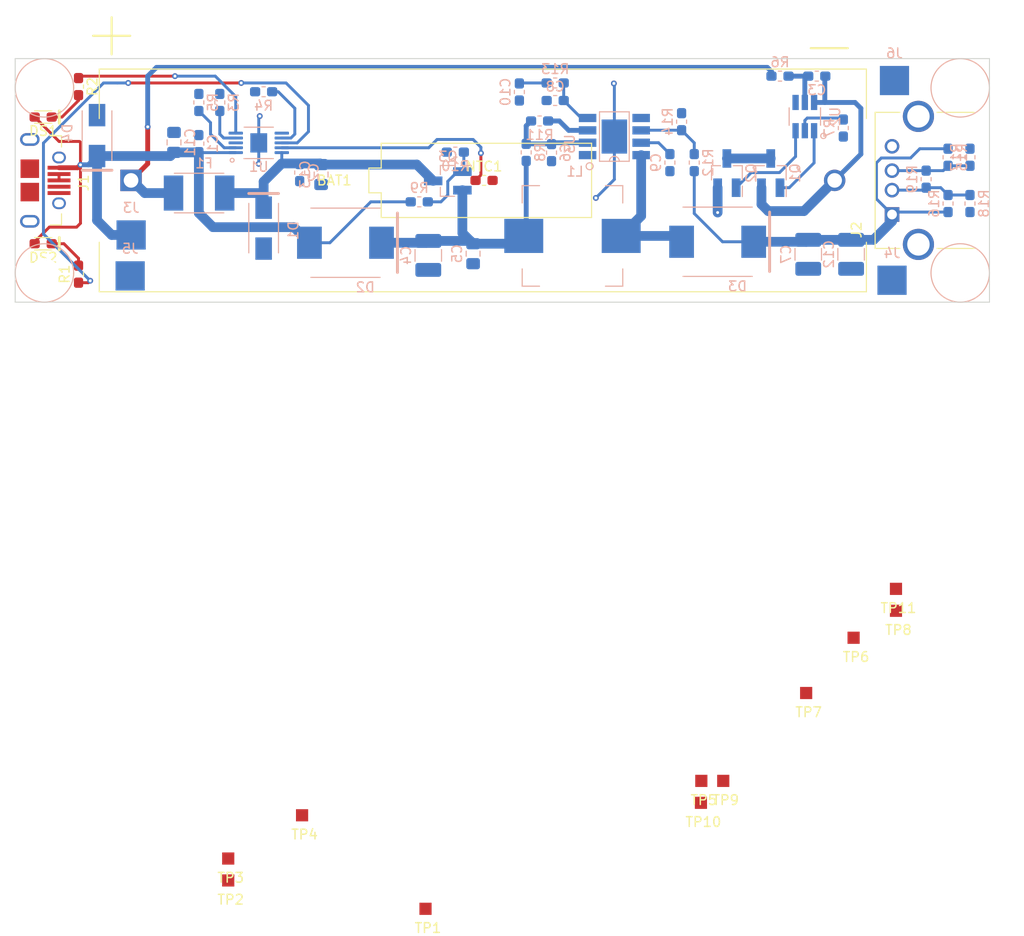
<source format=kicad_pcb>
(kicad_pcb (version 20171130) (host pcbnew "(5.1.6)-1")

  (general
    (thickness 1.6)
    (drawings 8)
    (tracks 208)
    (zones 0)
    (modules 69)
    (nets 34)
  )

  (page A4)
  (layers
    (0 F.Cu signal)
    (31 B.Cu signal)
    (32 B.Adhes user hide)
    (33 F.Adhes user hide)
    (34 B.Paste user hide)
    (35 F.Paste user hide)
    (36 B.SilkS user)
    (37 F.SilkS user)
    (38 B.Mask user hide)
    (39 F.Mask user hide)
    (40 Dwgs.User user hide)
    (41 Cmts.User user hide)
    (42 Eco1.User user)
    (43 Eco2.User user hide)
    (44 Edge.Cuts user)
    (45 Margin user hide)
    (46 B.CrtYd user)
    (47 F.CrtYd user)
    (48 B.Fab user hide)
    (49 F.Fab user hide)
  )

  (setup
    (last_trace_width 1)
    (user_trace_width 0.25)
    (user_trace_width 0.3)
    (user_trace_width 0.5)
    (user_trace_width 1)
    (trace_clearance 0.2)
    (zone_clearance 0.508)
    (zone_45_only no)
    (trace_min 0.2)
    (via_size 0.6)
    (via_drill 0.3)
    (via_min_size 0.4)
    (via_min_drill 0.3)
    (user_via 0.6 0.3)
    (uvia_size 0.3)
    (uvia_drill 0.1)
    (uvias_allowed no)
    (uvia_min_size 0.2)
    (uvia_min_drill 0.1)
    (edge_width 0.1)
    (segment_width 0.2)
    (pcb_text_width 0.3)
    (pcb_text_size 1.5 1.5)
    (mod_edge_width 0.15)
    (mod_text_size 1 1)
    (mod_text_width 0.15)
    (pad_size 1.524 1.524)
    (pad_drill 0.762)
    (pad_to_mask_clearance 0)
    (aux_axis_origin 70 85)
    (grid_origin 70 85)
    (visible_elements 7FFFFFFF)
    (pcbplotparams
      (layerselection 0x010fc_ffffffff)
      (usegerberextensions false)
      (usegerberattributes true)
      (usegerberadvancedattributes true)
      (creategerberjobfile true)
      (excludeedgelayer true)
      (linewidth 0.100000)
      (plotframeref false)
      (viasonmask false)
      (mode 1)
      (useauxorigin false)
      (hpglpennumber 1)
      (hpglpenspeed 20)
      (hpglpendiameter 15.000000)
      (psnegative false)
      (psa4output false)
      (plotreference true)
      (plotvalue true)
      (plotinvisibletext false)
      (padsonsilk false)
      (subtractmaskfromsilk false)
      (outputformat 1)
      (mirror false)
      (drillshape 1)
      (scaleselection 1)
      (outputdirectory ""))
  )

  (net 0 "")
  (net 1 /-VBAT)
  (net 2 /+VBAT)
  (net 3 GND)
  (net 4 VBUS)
  (net 5 +VBAT_CELL)
  (net 6 /U2_VDD)
  (net 7 /BOOST_IND)
  (net 8 /BOOST_VIN)
  (net 9 VOUT)
  (net 10 /BOOST_COMP)
  (net 11 /BOOST_SS)
  (net 12 "Net-(C10-Pad1)")
  (net 13 /BOOST_SW)
  (net 14 /BLED)
  (net 15 /GLED)
  (net 16 "Net-(J1-Pad2)")
  (net 17 "Net-(J2-Pad3)")
  (net 18 "Net-(J2-Pad2)")
  (net 19 /NTC)
  (net 20 /DO)
  (net 21 "Net-(Q1-PadD)")
  (net 22 /CO)
  (net 23 "Net-(Q3-PadG)")
  (net 24 /~CHG)
  (net 25 /~PG)
  (net 26 /PRETERM)
  (net 27 /ISET2)
  (net 28 /ISET)
  (net 29 /VM)
  (net 30 /BOOST_EN)
  (net 31 /BOOST_FB)
  (net 32 "Net-(U1-Pad6)")
  (net 33 "Net-(U2-Pad4)")

  (net_class Default "This is the default net class."
    (clearance 0.2)
    (trace_width 0.25)
    (via_dia 0.6)
    (via_drill 0.3)
    (uvia_dia 0.3)
    (uvia_drill 0.1)
    (add_net /BLED)
    (add_net /BOOST_COMP)
    (add_net /BOOST_EN)
    (add_net /BOOST_FB)
    (add_net /BOOST_IND)
    (add_net /BOOST_SS)
    (add_net /BOOST_SW)
    (add_net /BOOST_VIN)
    (add_net /CO)
    (add_net /DO)
    (add_net /GLED)
    (add_net /ISET)
    (add_net /ISET2)
    (add_net /NTC)
    (add_net /PRETERM)
    (add_net /U2_VDD)
    (add_net /VM)
    (add_net /~CHG)
    (add_net /~PG)
    (add_net "Net-(C10-Pad1)")
    (add_net "Net-(J1-Pad2)")
    (add_net "Net-(J2-Pad2)")
    (add_net "Net-(J2-Pad3)")
    (add_net "Net-(Q1-PadD)")
    (add_net "Net-(Q3-PadG)")
    (add_net "Net-(U1-Pad6)")
    (add_net "Net-(U2-Pad4)")
  )

  (net_class Power ""
    (clearance 0.2)
    (trace_width 0.25)
    (via_dia 0.6)
    (via_drill 0.3)
    (uvia_dia 0.3)
    (uvia_drill 0.1)
    (add_net +VBAT_CELL)
    (add_net /+VBAT)
    (add_net /-VBAT)
    (add_net GND)
    (add_net VBUS)
    (add_net VOUT)
  )

  (module CAPACITORS:CAPC_0805_HandSolder (layer B.Cu) (tedit 5F2D6D6B) (tstamp 5F322DA2)
    (at 101.4 71.9 270)
    (descr "Capacitor SMD 0805 (2012 Metric), square (rectangular) end terminal, IPC_7351 nominal with elongated pad for handsoldering. (Body size source: https://docs.google.com/spreadsheets/d/1BsfQQcO9C6DZCsRaXUlFlo91Tg2WpOkGARC1WS5S8t0/edit?usp=sharing), generated with kicad-footprint-generator")
    (tags "capacitor handsolder")
    (path /5F592C04)
    (attr smd)
    (fp_text reference C13 (at 0 1.65 270) (layer B.SilkS)
      (effects (font (size 1 1) (thickness 0.15)) (justify mirror))
    )
    (fp_text value CAPC_10uF_0805 (at 0 -1.65 270) (layer B.Fab)
      (effects (font (size 1 1) (thickness 0.15)) (justify mirror))
    )
    (fp_text user %R (at 0 0 270) (layer B.Fab)
      (effects (font (size 0.5 0.5) (thickness 0.08)) (justify mirror))
    )
    (fp_line (start -1 -0.6) (end -1 0.6) (layer B.Fab) (width 0.1))
    (fp_line (start -1 0.6) (end 1 0.6) (layer B.Fab) (width 0.1))
    (fp_line (start 1 0.6) (end 1 -0.6) (layer B.Fab) (width 0.1))
    (fp_line (start 1 -0.6) (end -1 -0.6) (layer B.Fab) (width 0.1))
    (fp_line (start -0.261252 0.71) (end 0.261252 0.71) (layer B.SilkS) (width 0.12))
    (fp_line (start -0.261252 -0.71) (end 0.261252 -0.71) (layer B.SilkS) (width 0.12))
    (fp_line (start -1.85 -0.95) (end -1.85 0.95) (layer B.CrtYd) (width 0.05))
    (fp_line (start -1.85 0.95) (end 1.85 0.95) (layer B.CrtYd) (width 0.05))
    (fp_line (start 1.85 0.95) (end 1.85 -0.95) (layer B.CrtYd) (width 0.05))
    (fp_line (start 1.85 -0.95) (end -1.85 -0.95) (layer B.CrtYd) (width 0.05))
    (pad 1 smd roundrect (at -1.025 0 270) (size 1.15 1.4) (layers B.Cu B.Paste B.Mask) (roundrect_rratio 0.217391)
      (net 5 +VBAT_CELL))
    (pad 2 smd roundrect (at 1.025 0 270) (size 1.15 1.4) (layers B.Cu B.Paste B.Mask) (roundrect_rratio 0.217391)
      (net 3 GND))
    (model ${KISYS3DMOD}/Capacitor_SMD.3dshapes/C_0805_2012Metric.wrl
      (at (xyz 0 0 0))
      (scale (xyz 1 1 1))
      (rotate (xyz 0 0 0))
    )
  )

  (module CAPACITORS:CAPC_0805_HandSolder (layer B.Cu) (tedit 5F2D6D6B) (tstamp 5F321DA0)
    (at 86.3 68.6 90)
    (descr "Capacitor SMD 0805 (2012 Metric), square (rectangular) end terminal, IPC_7351 nominal with elongated pad for handsoldering. (Body size source: https://docs.google.com/spreadsheets/d/1BsfQQcO9C6DZCsRaXUlFlo91Tg2WpOkGARC1WS5S8t0/edit?usp=sharing), generated with kicad-footprint-generator")
    (tags "capacitor handsolder")
    (path /5F56B424)
    (attr smd)
    (fp_text reference C11 (at 0 1.65 270) (layer B.SilkS)
      (effects (font (size 1 1) (thickness 0.15)) (justify mirror))
    )
    (fp_text value CAPC_10uF_0805 (at 0 -1.65 270) (layer B.Fab)
      (effects (font (size 1 1) (thickness 0.15)) (justify mirror))
    )
    (fp_text user %R (at 0 0 270) (layer B.Fab)
      (effects (font (size 0.5 0.5) (thickness 0.08)) (justify mirror))
    )
    (fp_line (start -1 -0.6) (end -1 0.6) (layer B.Fab) (width 0.1))
    (fp_line (start -1 0.6) (end 1 0.6) (layer B.Fab) (width 0.1))
    (fp_line (start 1 0.6) (end 1 -0.6) (layer B.Fab) (width 0.1))
    (fp_line (start 1 -0.6) (end -1 -0.6) (layer B.Fab) (width 0.1))
    (fp_line (start -0.261252 0.71) (end 0.261252 0.71) (layer B.SilkS) (width 0.12))
    (fp_line (start -0.261252 -0.71) (end 0.261252 -0.71) (layer B.SilkS) (width 0.12))
    (fp_line (start -1.85 -0.95) (end -1.85 0.95) (layer B.CrtYd) (width 0.05))
    (fp_line (start -1.85 0.95) (end 1.85 0.95) (layer B.CrtYd) (width 0.05))
    (fp_line (start 1.85 0.95) (end 1.85 -0.95) (layer B.CrtYd) (width 0.05))
    (fp_line (start 1.85 -0.95) (end -1.85 -0.95) (layer B.CrtYd) (width 0.05))
    (pad 1 smd roundrect (at -1.025 0 90) (size 1.15 1.4) (layers B.Cu B.Paste B.Mask) (roundrect_rratio 0.217391)
      (net 4 VBUS))
    (pad 2 smd roundrect (at 1.025 0 90) (size 1.15 1.4) (layers B.Cu B.Paste B.Mask) (roundrect_rratio 0.217391)
      (net 3 GND))
    (model ${KISYS3DMOD}/Capacitor_SMD.3dshapes/C_0805_2012Metric.wrl
      (at (xyz 0 0 0))
      (scale (xyz 1 1 1))
      (rotate (xyz 0 0 0))
    )
  )

  (module BATTERIES:BAT_18650_HOLDER_THT locked (layer F.Cu) (tedit 5F3163CB) (tstamp 5F2E4631)
    (at 118 72.5)
    (path /5F327A75)
    (fp_text reference BAT1 (at -15.25 0) (layer F.SilkS)
      (effects (font (size 1 1) (thickness 0.15)))
    )
    (fp_text value BAT_18650_HOLDER_THT (at 0 -13.335) (layer F.Fab)
      (effects (font (size 1 1) (thickness 0.15)))
    )
    (fp_text user + (at -38.1 -15.24) (layer F.SilkS)
      (effects (font (size 5 5) (thickness 0.2)))
    )
    (fp_text user - (at 35.56 -13.97) (layer F.SilkS)
      (effects (font (size 5 5) (thickness 0.2)))
    )
    (fp_text user + (at -38.1 -15.24) (layer F.SilkS)
      (effects (font (size 5 5) (thickness 0.2)))
    )
    (fp_text user - (at 35.56 -13.97) (layer F.SilkS)
      (effects (font (size 5 5) (thickness 0.2)))
    )
    (fp_text user REF** (at 0 0) (layer F.Fab)
      (effects (font (size 1 1) (thickness 0.15)))
    )
    (fp_line (start 39.37 -11.43) (end 39.37 11.43) (layer F.CrtYd) (width 0.12))
    (fp_line (start 39.37 11.43) (end -39.37 11.43) (layer F.CrtYd) (width 0.12))
    (fp_line (start -39.37 11.43) (end -39.37 -11.43) (layer F.CrtYd) (width 0.12))
    (fp_line (start -35.56 -10.16) (end -35.56 10.16) (layer F.Fab) (width 0.12))
    (fp_line (start -35.56 10.16) (end 35.56 10.16) (layer F.Fab) (width 0.12))
    (fp_line (start 35.56 10.16) (end 35.56 -10.16) (layer F.Fab) (width 0.12))
    (fp_line (start 35.56 -10.16) (end -35.56 -10.16) (layer F.Fab) (width 0.12))
    (fp_line (start 39.37 6.35) (end 39.37 11.43) (layer F.SilkS) (width 0.12))
    (fp_line (start -39.37 11.43) (end 39.37 11.43) (layer F.SilkS) (width 0.12))
    (fp_line (start -39.37 6.35) (end -39.37 11.43) (layer F.SilkS) (width 0.12))
    (fp_line (start 39.37 -6.35) (end 39.37 -11.43) (layer F.SilkS) (width 0.12))
    (fp_line (start -39.37 -6.35) (end -39.37 -11.43) (layer F.SilkS) (width 0.12))
    (fp_line (start 39.37 -11.43) (end -39.37 -11.43) (layer F.SilkS) (width 0.12))
    (fp_line (start -39.37 -11.43) (end 39.37 -11.43) (layer F.CrtYd) (width 0.12))
    (fp_line (start -11.7 -1.27) (end -11.7 1.27) (layer F.SilkS) (width 0.12))
    (fp_line (start -11.7 1.27) (end -10.43 1.27) (layer F.SilkS) (width 0.12))
    (fp_line (start -10.43 1.27) (end -10.43 3.81) (layer F.SilkS) (width 0.12))
    (fp_line (start -10.43 3.81) (end 11.16 3.81) (layer F.SilkS) (width 0.12))
    (fp_line (start 11.16 3.81) (end 11.16 -3.81) (layer F.SilkS) (width 0.12))
    (fp_line (start 11.16 -3.81) (end -10.43 -3.81) (layer F.SilkS) (width 0.12))
    (fp_line (start -10.43 -3.81) (end -10.43 -1.27) (layer F.SilkS) (width 0.12))
    (fp_line (start -10.43 -1.27) (end -11.7 -1.27) (layer F.SilkS) (width 0.12))
    (pad - thru_hole circle (at 36.11 0) (size 2.2 2.2) (drill 1.5) (layers *.Cu *.Mask)
      (net 1 /-VBAT))
    (pad + thru_hole rect (at -36.11 0) (size 2.2 2.2) (drill 1.5) (layers *.Cu *.Mask)
      (net 2 /+VBAT))
    (pad "" np_thru_hole circle (at -27.6 7.87) (size 3.5 3.5) (drill 3.5) (layers *.Cu *.Mask))
    (pad "" np_thru_hole circle (at 27.6 -7.87) (size 3.5 3.5) (drill 3.5) (layers *.Cu *.Mask))
    (pad "" np_thru_hole circle (at -36.11 -7.87) (size 2.4 2.4) (drill 2.4) (layers *.Cu *.Mask))
    (model "E:/Shahar/Projects/Electronics/Library/KiCAD/3D MODELS/THT/Keystone_1043.STEP"
      (at (xyz 0 0 0))
      (scale (xyz 1 1 1))
      (rotate (xyz -90 0 90))
    )
  )

  (module ICs:BQ24090DGQR_MSOP-10 (layer B.Cu) (tedit 5F304B65) (tstamp 5F2E78A7)
    (at 95 68.65)
    (descr "BQ24090DGQR ")
    (tags "MSOP SO")
    (path /5F1DCC31)
    (clearance 0.05)
    (attr smd)
    (fp_text reference U1 (at 0 2.45) (layer B.SilkS)
      (effects (font (size 1 1) (thickness 0.15)) (justify mirror))
    )
    (fp_text value BQ24090DGQR (at 0 -2.45) (layer B.Fab)
      (effects (font (size 1 1) (thickness 0.15)) (justify mirror))
    )
    (fp_text user %R (at 0 0) (layer B.Fab)
      (effects (font (size 0.75 0.75) (thickness 0.11)) (justify mirror))
    )
    (fp_circle (center -2.7305 1.778) (end -2.54 1.7145) (layer B.SilkS) (width 0.12))
    (fp_line (start 0 -1.61) (end 1.5 -1.61) (layer B.SilkS) (width 0.12))
    (fp_line (start 0 -1.61) (end -1.5 -1.61) (layer B.SilkS) (width 0.12))
    (fp_line (start 0 1.61) (end 1.5 1.61) (layer B.SilkS) (width 0.12))
    (fp_line (start 0 1.61) (end -1.524 1.61) (layer B.SilkS) (width 0.12))
    (fp_line (start -0.75 1.5) (end 1.5 1.5) (layer B.Fab) (width 0.1))
    (fp_line (start 1.5 1.5) (end 1.5 -1.5) (layer B.Fab) (width 0.1))
    (fp_line (start 1.5 -1.5) (end -1.5 -1.5) (layer B.Fab) (width 0.1))
    (fp_line (start -1.5 -1.5) (end -1.5 0.75) (layer B.Fab) (width 0.1))
    (fp_line (start -1.5 0.75) (end -0.75 1.5) (layer B.Fab) (width 0.1))
    (fp_line (start -3.15 1.75) (end -3.15 -1.75) (layer B.CrtYd) (width 0.05))
    (fp_line (start -3.15 -1.75) (end 3.15 -1.75) (layer B.CrtYd) (width 0.05))
    (fp_line (start 3.15 -1.75) (end 3.15 1.75) (layer B.CrtYd) (width 0.05))
    (fp_line (start 3.15 1.75) (end -3.15 1.75) (layer B.CrtYd) (width 0.05))
    (pad 1 smd roundrect (at -2.3625 1) (size 1.475 0.3) (layers B.Cu B.Paste B.Mask) (roundrect_rratio 0.25)
      (net 4 VBUS))
    (pad 2 smd roundrect (at -2.3625 0.5) (size 1.475 0.3) (layers B.Cu B.Paste B.Mask) (roundrect_rratio 0.25)
      (net 28 /ISET))
    (pad 3 smd roundrect (at -2.3625 0) (size 1.475 0.3) (layers B.Cu B.Paste B.Mask) (roundrect_rratio 0.25)
      (net 3 GND))
    (pad 4 smd roundrect (at -2.3625 -0.5) (size 1.475 0.3) (layers B.Cu B.Paste B.Mask) (roundrect_rratio 0.25)
      (net 26 /PRETERM))
    (pad 5 smd roundrect (at -2.3625 -1) (size 1.475 0.3) (layers B.Cu B.Paste B.Mask) (roundrect_rratio 0.25)
      (net 25 /~PG))
    (pad 6 smd roundrect (at 2.3625 -1) (size 1.475 0.3) (layers B.Cu B.Paste B.Mask) (roundrect_rratio 0.25)
      (net 32 "Net-(U1-Pad6)"))
    (pad 7 smd roundrect (at 2.3625 -0.5) (size 1.475 0.3) (layers B.Cu B.Paste B.Mask) (roundrect_rratio 0.25)
      (net 27 /ISET2))
    (pad 8 smd roundrect (at 2.3625 0) (size 1.475 0.3) (layers B.Cu B.Paste B.Mask) (roundrect_rratio 0.25)
      (net 24 /~CHG))
    (pad 9 smd roundrect (at 2.3625 0.5) (size 1.475 0.3) (layers B.Cu B.Paste B.Mask) (roundrect_rratio 0.25)
      (net 19 /NTC))
    (pad 10 smd roundrect (at 2.3625 1) (size 1.475 0.3) (layers B.Cu B.Paste B.Mask) (roundrect_rratio 0.25)
      (net 5 +VBAT_CELL))
    (pad 11 smd rect (at 0 0) (size 1.73 1.98) (layers B.Cu B.Mask)
      (net 3 GND))
    (pad "" smd roundrect (at -0.43 0.495) (size 0.7 0.8) (layers B.Paste) (roundrect_rratio 0.25))
    (pad "" smd roundrect (at -0.43 -0.495) (size 0.7 0.8) (layers B.Paste) (roundrect_rratio 0.25))
    (pad "" smd roundrect (at 0.43 0.495) (size 0.7 0.8) (layers B.Paste) (roundrect_rratio 0.25))
    (pad "" smd roundrect (at 0.43 -0.495) (size 0.7 0.8) (layers B.Paste) (roundrect_rratio 0.25))
    (model "E:/Shahar/Projects/Electronics/Library/KiCAD/3D MODELS/SMD/BQ24090DGQR.stp"
      (at (xyz 0 0 0))
      (scale (xyz 1 1 1))
      (rotate (xyz 0 0 0))
    )
  )

  (module CAPACITORS:CAPC_1210_HandSolder (layer B.Cu) (tedit 5F121F9C) (tstamp 5F2E517F)
    (at 155.8 80.0875 270)
    (descr "Capacitor SMD 1210 (3225 Metric), square (rectangular) end terminal, IPC_7351 nominal with elongated pad for handsoldering. (Body size source: http://www.tortai-tech.com/upload/download/2011102023233369053.pdf), generated with kicad-footprint-generator")
    (tags "capacitor handsolder")
    (path /5F3FF99F)
    (attr smd)
    (fp_text reference C12 (at 0 2.28 270) (layer B.SilkS)
      (effects (font (size 1 1) (thickness 0.15)) (justify mirror))
    )
    (fp_text value CAPC_10uF_1210 (at 0 -2.28 270) (layer B.Fab)
      (effects (font (size 1 1) (thickness 0.15)) (justify mirror))
    )
    (fp_text user %R (at 0 0 270) (layer B.Fab)
      (effects (font (size 0.8 0.8) (thickness 0.12)) (justify mirror))
    )
    (fp_line (start -1.6 -1.25) (end -1.6 1.25) (layer B.Fab) (width 0.1))
    (fp_line (start -1.6 1.25) (end 1.6 1.25) (layer B.Fab) (width 0.1))
    (fp_line (start 1.6 1.25) (end 1.6 -1.25) (layer B.Fab) (width 0.1))
    (fp_line (start 1.6 -1.25) (end -1.6 -1.25) (layer B.Fab) (width 0.1))
    (fp_line (start -0.602064 1.36) (end 0.602064 1.36) (layer B.SilkS) (width 0.12))
    (fp_line (start -0.602064 -1.36) (end 0.602064 -1.36) (layer B.SilkS) (width 0.12))
    (fp_line (start -2.45 -1.58) (end -2.45 1.58) (layer B.CrtYd) (width 0.05))
    (fp_line (start -2.45 1.58) (end 2.45 1.58) (layer B.CrtYd) (width 0.05))
    (fp_line (start 2.45 1.58) (end 2.45 -1.58) (layer B.CrtYd) (width 0.05))
    (fp_line (start 2.45 -1.58) (end -2.45 -1.58) (layer B.CrtYd) (width 0.05))
    (pad 2 smd roundrect (at 1.4875 0 270) (size 1.425 2.65) (layers B.Cu B.Paste B.Mask) (roundrect_rratio 0.175439)
      (net 3 GND))
    (pad 1 smd roundrect (at -1.4875 0 270) (size 1.425 2.65) (layers B.Cu B.Paste B.Mask) (roundrect_rratio 0.175439)
      (net 9 VOUT))
    (model ${KISYS3DMOD}/Capacitor_SMD.3dshapes/C_1210_3225Metric.wrl
      (at (xyz 0 0 0))
      (scale (xyz 1 1 1))
      (rotate (xyz 0 0 0))
    )
  )

  (module MECHANICAL:M3C6_NP (layer B.Cu) (tedit 5F2DC4E5) (tstamp 5F2E42F0)
    (at 167 82)
    (path /5F3D8F71)
    (fp_text reference MH4 (at 0 0) (layer B.SilkS) hide
      (effects (font (size 1 1) (thickness 0.15)) (justify mirror))
    )
    (fp_text value M3C6_NP (at 0 5.08) (layer B.Fab)
      (effects (font (size 1 1) (thickness 0.15)) (justify mirror))
    )
    (fp_circle (center 0 0) (end 3 0) (layer B.CrtYd) (width 0.12))
    (fp_circle (center 0 0) (end 3 0) (layer B.SilkS) (width 0.12))
    (pad "" np_thru_hole circle (at 0 0) (size 3 3) (drill 3) (layers *.Cu *.Mask))
  )

  (module MECHANICAL:M3C6_NP (layer B.Cu) (tedit 5F2DC4E5) (tstamp 5F2E36AB)
    (at 167 63)
    (path /5F3D8BCD)
    (fp_text reference MH3 (at 0 0) (layer B.SilkS) hide
      (effects (font (size 1 1) (thickness 0.15)) (justify mirror))
    )
    (fp_text value M3C6_NP (at 0 5.08) (layer B.Fab)
      (effects (font (size 1 1) (thickness 0.15)) (justify mirror))
    )
    (fp_circle (center 0 0) (end 3 0) (layer B.CrtYd) (width 0.12))
    (fp_circle (center 0 0) (end 3 0) (layer B.SilkS) (width 0.12))
    (pad "" np_thru_hole circle (at 0 0) (size 3 3) (drill 3) (layers *.Cu *.Mask))
  )

  (module MECHANICAL:M3C6_NP (layer B.Cu) (tedit 5F2DC4E5) (tstamp 5F2E36A4)
    (at 73 82)
    (path /5F3D841E)
    (fp_text reference MH2 (at 0 0) (layer B.SilkS) hide
      (effects (font (size 1 1) (thickness 0.15)) (justify mirror))
    )
    (fp_text value M3C6_NP (at 0 5.08) (layer B.Fab)
      (effects (font (size 1 1) (thickness 0.15)) (justify mirror))
    )
    (fp_circle (center 0 0) (end 3 0) (layer B.CrtYd) (width 0.12))
    (fp_circle (center 0 0) (end 3 0) (layer B.SilkS) (width 0.12))
    (pad "" np_thru_hole circle (at 0 0) (size 3 3) (drill 3) (layers *.Cu *.Mask))
  )

  (module MECHANICAL:M3C6_NP (layer B.Cu) (tedit 5F2DC4E5) (tstamp 5F2E42A4)
    (at 73 63)
    (path /5F36F5FF)
    (fp_text reference MH1 (at 0 0) (layer B.SilkS) hide
      (effects (font (size 1 1) (thickness 0.15)) (justify mirror))
    )
    (fp_text value M3C6_NP (at 0 5.08) (layer B.Fab)
      (effects (font (size 1 1) (thickness 0.15)) (justify mirror))
    )
    (fp_circle (center 0 0) (end 3 0) (layer B.CrtYd) (width 0.12))
    (fp_circle (center 0 0) (end 3 0) (layer B.SilkS) (width 0.12))
    (pad "" np_thru_hole circle (at 0 0) (size 3 3) (drill 3) (layers *.Cu *.Mask))
  )

  (module ICs:PAM2421_SOIC-8-EP (layer B.Cu) (tedit 5F2D6DB1) (tstamp 5F2EBB9E)
    (at 131.5 68 90)
    (path /5F10182C)
    (attr smd)
    (fp_text reference U3 (at -0.762 -4.572 270) (layer B.SilkS)
      (effects (font (size 1 1) (thickness 0.15)) (justify mirror))
    )
    (fp_text value PAM2421 (at 0.762 4.826 270) (layer B.Fab)
      (effects (font (size 1 1) (thickness 0.15)) (justify mirror))
    )
    (fp_arc (start -2.54 0) (end -2.54 -0.508) (angle 180) (layer B.SilkS) (width 0.12))
    (fp_text user REF** (at 0 0 270) (layer B.Fab)
      (effects (font (size 1 1) (thickness 0.15)) (justify mirror))
    )
    (fp_line (start -2.54 -1.524) (end -2.54 1.524) (layer B.SilkS) (width 0.12))
    (fp_line (start 2.54 -1.524) (end -2.54 -1.524) (layer B.SilkS) (width 0.12))
    (fp_line (start 2.54 1.524) (end 2.54 -1.524) (layer B.SilkS) (width 0.12))
    (fp_line (start -2.54 1.524) (end 2.54 1.524) (layer B.SilkS) (width 0.12))
    (fp_circle (center -3.048 -2.54) (end -2.68879 -2.54) (layer B.SilkS) (width 0.12))
    (fp_line (start 2.794 3.81) (end -2.794 3.81) (layer B.CrtYd) (width 0.12))
    (fp_line (start 2.794 -3.81) (end 2.794 3.81) (layer B.CrtYd) (width 0.12))
    (fp_line (start -2.794 -3.81) (end 2.794 -3.81) (layer B.CrtYd) (width 0.12))
    (fp_line (start -2.794 3.81) (end -2.794 -3.81) (layer B.CrtYd) (width 0.12))
    (fp_line (start -2.45 -1.95) (end 2.45 -1.95) (layer B.Fab) (width 0.12))
    (fp_line (start 2.45 1.95) (end 2.45 -1.95) (layer B.Fab) (width 0.12))
    (fp_line (start -2.45 1.95) (end 2.45 1.95) (layer B.Fab) (width 0.12))
    (fp_line (start -2.45 1.95) (end -2.45 -1.95) (layer B.Fab) (width 0.12))
    (pad 9 smd rect (at 0 0 90) (size 3.5 2.62) (layers B.Cu B.Paste B.Mask)
      (net 3 GND))
    (pad 8 smd rect (at -1.905 2.75 90) (size 0.85 1.8) (layers B.Cu B.Paste B.Mask)
      (net 13 /BOOST_SW))
    (pad 7 smd rect (at -0.635 2.75 90) (size 0.85 1.8) (layers B.Cu B.Paste B.Mask)
      (net 11 /BOOST_SS))
    (pad 6 smd rect (at 0.635 2.75 90) (size 0.85 1.8) (layers B.Cu B.Paste B.Mask)
      (net 31 /BOOST_FB))
    (pad 5 smd rect (at 1.905 2.75 90) (size 0.85 1.8) (layers B.Cu B.Paste B.Mask)
      (net 3 GND))
    (pad 4 smd rect (at 1.905 -2.75 90) (size 0.85 1.8) (layers B.Cu B.Paste B.Mask)
      (net 10 /BOOST_COMP))
    (pad 3 smd rect (at 0.635 -2.75 90) (size 0.85 1.8) (layers B.Cu B.Paste B.Mask)
      (net 30 /BOOST_EN))
    (pad 2 smd rect (at -0.635 -2.75 90) (size 0.85 1.8) (layers B.Cu B.Paste B.Mask)
      (net 8 /BOOST_VIN))
    (pad 1 smd rect (at -1.905 -2.75 90) (size 0.85 1.8) (layers B.Cu B.Paste B.Mask)
      (net 3 GND))
    (model "E:/Shahar/Projects/Electronics/Library/KiCAD/3D MODELS/SMD/PAM2421.stp"
      (at (xyz 0 0 0))
      (scale (xyz 1 1 1))
      (rotate (xyz 0 0 -90))
    )
  )

  (module ICs:AP9101C_SOT-23-6_Handsoldering (layer B.Cu) (tedit 5F233C38) (tstamp 5F2EBB82)
    (at 151.05 65.95 90)
    (descr "6-pin SOT-23 package, Handsoldering")
    (tags "SOT-23-6 Handsoldering")
    (path /5F4FBCCF)
    (attr smd)
    (fp_text reference U2 (at 0 3.1115 90) (layer B.SilkS)
      (effects (font (size 1 1) (thickness 0.15)) (justify mirror))
    )
    (fp_text value AP9101C (at 0 -2.9 90) (layer B.Fab)
      (effects (font (size 1 1) (thickness 0.15)) (justify mirror))
    )
    (fp_text user %R (at 0 0 180) (layer B.Fab)
      (effects (font (size 0.5 0.5) (thickness 0.075)) (justify mirror))
    )
    (fp_line (start 0.9 1.55) (end 0.9 -1.55) (layer B.Fab) (width 0.1))
    (fp_line (start 0.9 -1.55) (end -0.9 -1.55) (layer B.Fab) (width 0.1))
    (fp_line (start -0.9 0.9) (end -0.9 -1.55) (layer B.Fab) (width 0.1))
    (fp_line (start 0.9 1.55) (end -0.25 1.55) (layer B.Fab) (width 0.1))
    (fp_line (start -0.9 0.9) (end -0.25 1.55) (layer B.Fab) (width 0.1))
    (fp_line (start -2.4 1.8) (end 2.4 1.8) (layer B.CrtYd) (width 0.05))
    (fp_line (start 2.4 1.8) (end 2.4 -1.8) (layer B.CrtYd) (width 0.05))
    (fp_line (start 2.4 -1.8) (end -2.4 -1.8) (layer B.CrtYd) (width 0.05))
    (fp_line (start -2.4 -1.8) (end -2.4 1.8) (layer B.CrtYd) (width 0.05))
    (fp_line (start 0.9 1.61) (end -0.889 1.61) (layer B.SilkS) (width 0.12))
    (fp_line (start -0.9 -1.61) (end 0.9 -1.61) (layer B.SilkS) (width 0.12))
    (fp_circle (center -1.983907 1.905) (end -1.793407 1.7145) (layer B.SilkS) (width 0.12))
    (pad 1 smd rect (at -1.45 0.95 90) (size 1.56 0.65) (layers B.Cu B.Paste B.Mask)
      (net 20 /DO))
    (pad 2 smd rect (at -1.45 0 90) (size 1.56 0.65) (layers B.Cu B.Paste B.Mask)
      (net 29 /VM))
    (pad 3 smd rect (at -1.45 -0.95 90) (size 1.56 0.65) (layers B.Cu B.Paste B.Mask)
      (net 22 /CO))
    (pad 4 smd rect (at 1.45 -0.95 90) (size 1.56 0.65) (layers B.Cu B.Paste B.Mask)
      (net 33 "Net-(U2-Pad4)"))
    (pad 6 smd rect (at 1.45 0.95 90) (size 1.56 0.65) (layers B.Cu B.Paste B.Mask)
      (net 1 /-VBAT))
    (pad 5 smd rect (at 1.45 0 90) (size 1.56 0.65) (layers B.Cu B.Paste B.Mask)
      (net 6 /U2_VDD))
    (model "E:/Shahar/Projects/Electronics/Library/KiCAD/3D MODELS/SMD/SOT-23-6.step"
      (at (xyz 0 0 0))
      (scale (xyz 1 1 1))
      (rotate (xyz 0 0 0))
    )
  )

  (module TESTPOINTS:TP_RECT_1.25X1.25 (layer F.Cu) (tedit 5F2D6DEA) (tstamp 5F32537E)
    (at 160.404999 114.424999)
    (path /5F3156A5)
    (attr virtual)
    (fp_text reference TP11 (at 0.254 1.9685) (layer F.SilkS)
      (effects (font (size 1 1) (thickness 0.15)))
    )
    (fp_text value TP_1.25X1.25_MM (at 0.635 -1.905) (layer F.Fab)
      (effects (font (size 1 1) (thickness 0.15)))
    )
    (pad 1 smd rect (at 0 0) (size 1.25 1.25) (layers F.Cu F.Paste F.Mask)
      (net 1 /-VBAT))
  )

  (module TESTPOINTS:TP_RECT_1.25X1.25 (layer F.Cu) (tedit 5F2D6DEA) (tstamp 5F2EBB44)
    (at 140.384999 136.384999)
    (path /5F315697)
    (attr virtual)
    (fp_text reference TP10 (at 0.254 1.9685) (layer F.SilkS)
      (effects (font (size 1 1) (thickness 0.15)))
    )
    (fp_text value TP_1.25X1.25_MM (at 0.635 -1.905) (layer F.Fab)
      (effects (font (size 1 1) (thickness 0.15)))
    )
    (pad 1 smd rect (at 0 0) (size 1.25 1.25) (layers F.Cu F.Paste F.Mask)
      (net 2 /+VBAT))
  )

  (module TESTPOINTS:TP_RECT_1.25X1.25 (layer F.Cu) (tedit 5F2D6DEA) (tstamp 5F2EBB3F)
    (at 142.674999 134.134999)
    (path /5F30993D)
    (attr virtual)
    (fp_text reference TP9 (at 0.254 1.9685) (layer F.SilkS)
      (effects (font (size 1 1) (thickness 0.15)))
    )
    (fp_text value TP_1.25X1.25_MM (at 0.635 -1.905) (layer F.Fab)
      (effects (font (size 1 1) (thickness 0.15)))
    )
    (pad 1 smd rect (at 0 0) (size 1.25 1.25) (layers F.Cu F.Paste F.Mask)
      (net 29 /VM))
  )

  (module TESTPOINTS:TP_RECT_1.25X1.25 (layer F.Cu) (tedit 5F2D6DEA) (tstamp 5F2EBB3A)
    (at 160.404999 116.674999)
    (path /5F30992F)
    (attr virtual)
    (fp_text reference TP8 (at 0.254 1.9685) (layer F.SilkS)
      (effects (font (size 1 1) (thickness 0.15)))
    )
    (fp_text value TP_1.25X1.25_MM (at 0.635 -1.905) (layer F.Fab)
      (effects (font (size 1 1) (thickness 0.15)))
    )
    (pad 1 smd rect (at 0 0) (size 1.25 1.25) (layers F.Cu F.Paste F.Mask)
      (net 22 /CO))
  )

  (module TESTPOINTS:TP_RECT_1.25X1.25 (layer F.Cu) (tedit 5F2D6DEA) (tstamp 5F2EBB35)
    (at 151.184999 125.114999)
    (path /5F309921)
    (attr virtual)
    (fp_text reference TP7 (at 0.254 1.9685) (layer F.SilkS)
      (effects (font (size 1 1) (thickness 0.15)))
    )
    (fp_text value TP_1.25X1.25_MM (at 0.635 -1.905) (layer F.Fab)
      (effects (font (size 1 1) (thickness 0.15)))
    )
    (pad 1 smd rect (at 0 0) (size 1.25 1.25) (layers F.Cu F.Paste F.Mask)
      (net 20 /DO))
  )

  (module TESTPOINTS:TP_RECT_1.25X1.25 (layer F.Cu) (tedit 5F2D6DEA) (tstamp 5F2EBB30)
    (at 156.054999 119.444999)
    (path /5F2FDE26)
    (attr virtual)
    (fp_text reference TP6 (at 0.254 1.9685) (layer F.SilkS)
      (effects (font (size 1 1) (thickness 0.15)))
    )
    (fp_text value TP_1.25X1.25_MM (at 0.635 -1.905) (layer F.Fab)
      (effects (font (size 1 1) (thickness 0.15)))
    )
    (pad 1 smd rect (at 0 0) (size 1.25 1.25) (layers F.Cu F.Paste F.Mask)
      (net 6 /U2_VDD))
  )

  (module TESTPOINTS:TP_RECT_1.25X1.25 (layer F.Cu) (tedit 5F2D6DEA) (tstamp 5F2EBB2B)
    (at 140.424999 134.134999)
    (path /5F2FDE18)
    (attr virtual)
    (fp_text reference TP5 (at 0.254 1.9685) (layer F.SilkS)
      (effects (font (size 1 1) (thickness 0.15)))
    )
    (fp_text value TP_1.25X1.25_MM (at 0.635 -1.905) (layer F.Fab)
      (effects (font (size 1 1) (thickness 0.15)))
    )
    (pad 1 smd rect (at 0 0) (size 1.25 1.25) (layers F.Cu F.Paste F.Mask)
      (net 13 /BOOST_SW))
  )

  (module TESTPOINTS:TP_RECT_1.25X1.25 (layer F.Cu) (tedit 5F2D6DEA) (tstamp 5F2EBB26)
    (at 99.444999 137.664999)
    (path /5F2FDE0A)
    (attr virtual)
    (fp_text reference TP4 (at 0.254 1.9685) (layer F.SilkS)
      (effects (font (size 1 1) (thickness 0.15)))
    )
    (fp_text value TP_1.25X1.25_MM (at 0.635 -1.905) (layer F.Fab)
      (effects (font (size 1 1) (thickness 0.15)))
    )
    (pad 1 smd rect (at 0 0) (size 1.25 1.25) (layers F.Cu F.Paste F.Mask)
      (net 31 /BOOST_FB))
  )

  (module TESTPOINTS:TP_RECT_1.25X1.25 (layer F.Cu) (tedit 5F2D6DEA) (tstamp 5F2EBB21)
    (at 91.864999 142.104999)
    (path /5F2FA164)
    (attr virtual)
    (fp_text reference TP3 (at 0.254 1.9685) (layer F.SilkS)
      (effects (font (size 1 1) (thickness 0.15)))
    )
    (fp_text value TP_1.25X1.25_MM (at 0.635 -1.905) (layer F.Fab)
      (effects (font (size 1 1) (thickness 0.15)))
    )
    (pad 1 smd rect (at 0 0) (size 1.25 1.25) (layers F.Cu F.Paste F.Mask)
      (net 7 /BOOST_IND))
  )

  (module TESTPOINTS:TP_RECT_1.25X1.25 (layer F.Cu) (tedit 5F2D6DEA) (tstamp 5F2EBB1C)
    (at 91.864999 144.354999)
    (path /5F2F9E7D)
    (attr virtual)
    (fp_text reference TP2 (at 0.254 1.9685) (layer F.SilkS)
      (effects (font (size 1 1) (thickness 0.15)))
    )
    (fp_text value TP_1.25X1.25_MM (at 0.635 -1.905) (layer F.Fab)
      (effects (font (size 1 1) (thickness 0.15)))
    )
    (pad 1 smd rect (at 0 0) (size 1.25 1.25) (layers F.Cu F.Paste F.Mask)
      (net 30 /BOOST_EN))
  )

  (module TESTPOINTS:TP_RECT_1.25X1.25 (layer F.Cu) (tedit 5F2D6DEA) (tstamp 5F2EBB17)
    (at 112.114999 147.264999)
    (path /5F2F8416)
    (attr virtual)
    (fp_text reference TP1 (at 0.254 1.9685) (layer F.SilkS)
      (effects (font (size 1 1) (thickness 0.15)))
    )
    (fp_text value TP_1.25X1.25_MM (at 0.635 -1.905) (layer F.Fab)
      (effects (font (size 1 1) (thickness 0.15)))
    )
    (pad 1 smd rect (at 0 0) (size 1.25 1.25) (layers F.Cu F.Paste F.Mask)
      (net 8 /BOOST_VIN))
  )

  (module RESISTORS:RESC_0603_HandSolder (layer B.Cu) (tedit 5F22EDB1) (tstamp 5F2EBB12)
    (at 163.5 72.375 270)
    (descr "Resistor SMD 0603 (1608 Metric), square (rectangular) end terminal, IPC_7351 nominal with elongated pad for handsoldering. (Body size source: http://www.tortai-tech.com/upload/download/2011102023233369053.pdf), generated with kicad-footprint-generator")
    (tags "resistor handsolder")
    (path /5F32E3A3)
    (attr smd)
    (fp_text reference R19 (at 0 1.43 270) (layer B.SilkS)
      (effects (font (size 1 1) (thickness 0.15)) (justify mirror))
    )
    (fp_text value RESC_0R_0603 (at 0 -1.43 270) (layer B.Fab)
      (effects (font (size 1 1) (thickness 0.15)) (justify mirror))
    )
    (fp_text user %R (at 0 0 270) (layer B.Fab)
      (effects (font (size 0.4 0.4) (thickness 0.06)) (justify mirror))
    )
    (fp_line (start -0.8 -0.4) (end -0.8 0.4) (layer B.Fab) (width 0.1))
    (fp_line (start -0.8 0.4) (end 0.8 0.4) (layer B.Fab) (width 0.1))
    (fp_line (start 0.8 0.4) (end 0.8 -0.4) (layer B.Fab) (width 0.1))
    (fp_line (start 0.8 -0.4) (end -0.8 -0.4) (layer B.Fab) (width 0.1))
    (fp_line (start -0.171267 0.51) (end 0.171267 0.51) (layer B.SilkS) (width 0.12))
    (fp_line (start -0.171267 -0.51) (end 0.171267 -0.51) (layer B.SilkS) (width 0.12))
    (fp_line (start -1.65 -0.73) (end -1.65 0.73) (layer B.CrtYd) (width 0.05))
    (fp_line (start -1.65 0.73) (end 1.65 0.73) (layer B.CrtYd) (width 0.05))
    (fp_line (start 1.65 0.73) (end 1.65 -0.73) (layer B.CrtYd) (width 0.05))
    (fp_line (start 1.65 -0.73) (end -1.65 -0.73) (layer B.CrtYd) (width 0.05))
    (pad 2 smd roundrect (at 0.875 0 270) (size 1.05 0.95) (layers B.Cu B.Paste B.Mask) (roundrect_rratio 0.25)
      (net 18 "Net-(J2-Pad2)"))
    (pad 1 smd roundrect (at -0.875 0 270) (size 1.05 0.95) (layers B.Cu B.Paste B.Mask) (roundrect_rratio 0.25)
      (net 17 "Net-(J2-Pad3)"))
    (model ${KISYS3DMOD}/Resistor_SMD.3dshapes/R_0603_1608Metric.wrl
      (at (xyz 0 0 0))
      (scale (xyz 1 1 1))
      (rotate (xyz 0 0 0))
    )
  )

  (module RESISTORS:RESC_0603_HandSolder (layer B.Cu) (tedit 5F22EDB1) (tstamp 5F2EBB01)
    (at 168 74.875 90)
    (descr "Resistor SMD 0603 (1608 Metric), square (rectangular) end terminal, IPC_7351 nominal with elongated pad for handsoldering. (Body size source: http://www.tortai-tech.com/upload/download/2011102023233369053.pdf), generated with kicad-footprint-generator")
    (tags "resistor handsolder")
    (path /5F2EEA92)
    (attr smd)
    (fp_text reference R18 (at 0 1.43 90) (layer B.SilkS)
      (effects (font (size 1 1) (thickness 0.15)) (justify mirror))
    )
    (fp_text value RESC_10K_0603 (at 0 -1.43 90) (layer B.Fab)
      (effects (font (size 1 1) (thickness 0.15)) (justify mirror))
    )
    (fp_text user %R (at 0 0 90) (layer B.Fab)
      (effects (font (size 0.4 0.4) (thickness 0.06)) (justify mirror))
    )
    (fp_line (start -0.8 -0.4) (end -0.8 0.4) (layer B.Fab) (width 0.1))
    (fp_line (start -0.8 0.4) (end 0.8 0.4) (layer B.Fab) (width 0.1))
    (fp_line (start 0.8 0.4) (end 0.8 -0.4) (layer B.Fab) (width 0.1))
    (fp_line (start 0.8 -0.4) (end -0.8 -0.4) (layer B.Fab) (width 0.1))
    (fp_line (start -0.171267 0.51) (end 0.171267 0.51) (layer B.SilkS) (width 0.12))
    (fp_line (start -0.171267 -0.51) (end 0.171267 -0.51) (layer B.SilkS) (width 0.12))
    (fp_line (start -1.65 -0.73) (end -1.65 0.73) (layer B.CrtYd) (width 0.05))
    (fp_line (start -1.65 0.73) (end 1.65 0.73) (layer B.CrtYd) (width 0.05))
    (fp_line (start 1.65 0.73) (end 1.65 -0.73) (layer B.CrtYd) (width 0.05))
    (fp_line (start 1.65 -0.73) (end -1.65 -0.73) (layer B.CrtYd) (width 0.05))
    (pad 2 smd roundrect (at 0.875 0 90) (size 1.05 0.95) (layers B.Cu B.Paste B.Mask) (roundrect_rratio 0.25)
      (net 18 "Net-(J2-Pad2)"))
    (pad 1 smd roundrect (at -0.875 0 90) (size 1.05 0.95) (layers B.Cu B.Paste B.Mask) (roundrect_rratio 0.25)
      (net 3 GND))
    (model ${KISYS3DMOD}/Resistor_SMD.3dshapes/R_0603_1608Metric.wrl
      (at (xyz 0 0 0))
      (scale (xyz 1 1 1))
      (rotate (xyz 0 0 0))
    )
  )

  (module RESISTORS:RESC_0603_HandSolder (layer B.Cu) (tedit 5F22EDB1) (tstamp 5F2EBAF0)
    (at 168 70.125 270)
    (descr "Resistor SMD 0603 (1608 Metric), square (rectangular) end terminal, IPC_7351 nominal with elongated pad for handsoldering. (Body size source: http://www.tortai-tech.com/upload/download/2011102023233369053.pdf), generated with kicad-footprint-generator")
    (tags "resistor handsolder")
    (path /5F2EE1BA)
    (attr smd)
    (fp_text reference R17 (at 0 1.43 270) (layer B.SilkS)
      (effects (font (size 1 1) (thickness 0.15)) (justify mirror))
    )
    (fp_text value RESC_10K_0603 (at 0 -1.43 270) (layer B.Fab)
      (effects (font (size 1 1) (thickness 0.15)) (justify mirror))
    )
    (fp_text user %R (at 0 0 270) (layer B.Fab)
      (effects (font (size 0.4 0.4) (thickness 0.06)) (justify mirror))
    )
    (fp_line (start -0.8 -0.4) (end -0.8 0.4) (layer B.Fab) (width 0.1))
    (fp_line (start -0.8 0.4) (end 0.8 0.4) (layer B.Fab) (width 0.1))
    (fp_line (start 0.8 0.4) (end 0.8 -0.4) (layer B.Fab) (width 0.1))
    (fp_line (start 0.8 -0.4) (end -0.8 -0.4) (layer B.Fab) (width 0.1))
    (fp_line (start -0.171267 0.51) (end 0.171267 0.51) (layer B.SilkS) (width 0.12))
    (fp_line (start -0.171267 -0.51) (end 0.171267 -0.51) (layer B.SilkS) (width 0.12))
    (fp_line (start -1.65 -0.73) (end -1.65 0.73) (layer B.CrtYd) (width 0.05))
    (fp_line (start -1.65 0.73) (end 1.65 0.73) (layer B.CrtYd) (width 0.05))
    (fp_line (start 1.65 0.73) (end 1.65 -0.73) (layer B.CrtYd) (width 0.05))
    (fp_line (start 1.65 -0.73) (end -1.65 -0.73) (layer B.CrtYd) (width 0.05))
    (pad 2 smd roundrect (at 0.875 0 270) (size 1.05 0.95) (layers B.Cu B.Paste B.Mask) (roundrect_rratio 0.25)
      (net 17 "Net-(J2-Pad3)"))
    (pad 1 smd roundrect (at -0.875 0 270) (size 1.05 0.95) (layers B.Cu B.Paste B.Mask) (roundrect_rratio 0.25)
      (net 3 GND))
    (model ${KISYS3DMOD}/Resistor_SMD.3dshapes/R_0603_1608Metric.wrl
      (at (xyz 0 0 0))
      (scale (xyz 1 1 1))
      (rotate (xyz 0 0 0))
    )
  )

  (module RESISTORS:RESC_0603_HandSolder (layer B.Cu) (tedit 5F22EDB1) (tstamp 5F2EBADF)
    (at 165.75 74.875 270)
    (descr "Resistor SMD 0603 (1608 Metric), square (rectangular) end terminal, IPC_7351 nominal with elongated pad for handsoldering. (Body size source: http://www.tortai-tech.com/upload/download/2011102023233369053.pdf), generated with kicad-footprint-generator")
    (tags "resistor handsolder")
    (path /5F32E37B)
    (attr smd)
    (fp_text reference R16 (at 0 1.43 270) (layer B.SilkS)
      (effects (font (size 1 1) (thickness 0.15)) (justify mirror))
    )
    (fp_text value RESC_10K_0603 (at 0 -1.43 270) (layer B.Fab)
      (effects (font (size 1 1) (thickness 0.15)) (justify mirror))
    )
    (fp_text user %R (at 0 0 270) (layer B.Fab)
      (effects (font (size 0.4 0.4) (thickness 0.06)) (justify mirror))
    )
    (fp_line (start -0.8 -0.4) (end -0.8 0.4) (layer B.Fab) (width 0.1))
    (fp_line (start -0.8 0.4) (end 0.8 0.4) (layer B.Fab) (width 0.1))
    (fp_line (start 0.8 0.4) (end 0.8 -0.4) (layer B.Fab) (width 0.1))
    (fp_line (start 0.8 -0.4) (end -0.8 -0.4) (layer B.Fab) (width 0.1))
    (fp_line (start -0.171267 0.51) (end 0.171267 0.51) (layer B.SilkS) (width 0.12))
    (fp_line (start -0.171267 -0.51) (end 0.171267 -0.51) (layer B.SilkS) (width 0.12))
    (fp_line (start -1.65 -0.73) (end -1.65 0.73) (layer B.CrtYd) (width 0.05))
    (fp_line (start -1.65 0.73) (end 1.65 0.73) (layer B.CrtYd) (width 0.05))
    (fp_line (start 1.65 0.73) (end 1.65 -0.73) (layer B.CrtYd) (width 0.05))
    (fp_line (start 1.65 -0.73) (end -1.65 -0.73) (layer B.CrtYd) (width 0.05))
    (pad 2 smd roundrect (at 0.875 0 270) (size 1.05 0.95) (layers B.Cu B.Paste B.Mask) (roundrect_rratio 0.25)
      (net 9 VOUT))
    (pad 1 smd roundrect (at -0.875 0 270) (size 1.05 0.95) (layers B.Cu B.Paste B.Mask) (roundrect_rratio 0.25)
      (net 18 "Net-(J2-Pad2)"))
    (model ${KISYS3DMOD}/Resistor_SMD.3dshapes/R_0603_1608Metric.wrl
      (at (xyz 0 0 0))
      (scale (xyz 1 1 1))
      (rotate (xyz 0 0 0))
    )
  )

  (module RESISTORS:RESC_0603_HandSolder (layer B.Cu) (tedit 5F22EDB1) (tstamp 5F2EBACE)
    (at 165.75 70.125 90)
    (descr "Resistor SMD 0603 (1608 Metric), square (rectangular) end terminal, IPC_7351 nominal with elongated pad for handsoldering. (Body size source: http://www.tortai-tech.com/upload/download/2011102023233369053.pdf), generated with kicad-footprint-generator")
    (tags "resistor handsolder")
    (path /5F2ED0DD)
    (attr smd)
    (fp_text reference R15 (at 0 1.43 270) (layer B.SilkS)
      (effects (font (size 1 1) (thickness 0.15)) (justify mirror))
    )
    (fp_text value RESC_10K_0603 (at 0 -1.43 270) (layer B.Fab)
      (effects (font (size 1 1) (thickness 0.15)) (justify mirror))
    )
    (fp_text user %R (at 0 0 270) (layer B.Fab)
      (effects (font (size 0.4 0.4) (thickness 0.06)) (justify mirror))
    )
    (fp_line (start -0.8 -0.4) (end -0.8 0.4) (layer B.Fab) (width 0.1))
    (fp_line (start -0.8 0.4) (end 0.8 0.4) (layer B.Fab) (width 0.1))
    (fp_line (start 0.8 0.4) (end 0.8 -0.4) (layer B.Fab) (width 0.1))
    (fp_line (start 0.8 -0.4) (end -0.8 -0.4) (layer B.Fab) (width 0.1))
    (fp_line (start -0.171267 0.51) (end 0.171267 0.51) (layer B.SilkS) (width 0.12))
    (fp_line (start -0.171267 -0.51) (end 0.171267 -0.51) (layer B.SilkS) (width 0.12))
    (fp_line (start -1.65 -0.73) (end -1.65 0.73) (layer B.CrtYd) (width 0.05))
    (fp_line (start -1.65 0.73) (end 1.65 0.73) (layer B.CrtYd) (width 0.05))
    (fp_line (start 1.65 0.73) (end 1.65 -0.73) (layer B.CrtYd) (width 0.05))
    (fp_line (start 1.65 -0.73) (end -1.65 -0.73) (layer B.CrtYd) (width 0.05))
    (pad 2 smd roundrect (at 0.875 0 90) (size 1.05 0.95) (layers B.Cu B.Paste B.Mask) (roundrect_rratio 0.25)
      (net 9 VOUT))
    (pad 1 smd roundrect (at -0.875 0 90) (size 1.05 0.95) (layers B.Cu B.Paste B.Mask) (roundrect_rratio 0.25)
      (net 17 "Net-(J2-Pad3)"))
    (model ${KISYS3DMOD}/Resistor_SMD.3dshapes/R_0603_1608Metric.wrl
      (at (xyz 0 0 0))
      (scale (xyz 1 1 1))
      (rotate (xyz 0 0 0))
    )
  )

  (module RESISTORS:RESC_0603_HandSolder (layer B.Cu) (tedit 5F22EDB1) (tstamp 5F2EBABD)
    (at 138.4 66.475 270)
    (descr "Resistor SMD 0603 (1608 Metric), square (rectangular) end terminal, IPC_7351 nominal with elongated pad for handsoldering. (Body size source: http://www.tortai-tech.com/upload/download/2011102023233369053.pdf), generated with kicad-footprint-generator")
    (tags "resistor handsolder")
    (path /5F42B58A)
    (attr smd)
    (fp_text reference R14 (at 0 1.43 270) (layer B.SilkS)
      (effects (font (size 1 1) (thickness 0.15)) (justify mirror))
    )
    (fp_text value RESC_10K_0603 (at 0 -1.43 270) (layer B.Fab)
      (effects (font (size 1 1) (thickness 0.15)) (justify mirror))
    )
    (fp_text user %R (at 0 0 270) (layer B.Fab)
      (effects (font (size 0.4 0.4) (thickness 0.06)) (justify mirror))
    )
    (fp_line (start -0.8 -0.4) (end -0.8 0.4) (layer B.Fab) (width 0.1))
    (fp_line (start -0.8 0.4) (end 0.8 0.4) (layer B.Fab) (width 0.1))
    (fp_line (start 0.8 0.4) (end 0.8 -0.4) (layer B.Fab) (width 0.1))
    (fp_line (start 0.8 -0.4) (end -0.8 -0.4) (layer B.Fab) (width 0.1))
    (fp_line (start -0.171267 0.51) (end 0.171267 0.51) (layer B.SilkS) (width 0.12))
    (fp_line (start -0.171267 -0.51) (end 0.171267 -0.51) (layer B.SilkS) (width 0.12))
    (fp_line (start -1.65 -0.73) (end -1.65 0.73) (layer B.CrtYd) (width 0.05))
    (fp_line (start -1.65 0.73) (end 1.65 0.73) (layer B.CrtYd) (width 0.05))
    (fp_line (start 1.65 0.73) (end 1.65 -0.73) (layer B.CrtYd) (width 0.05))
    (fp_line (start 1.65 -0.73) (end -1.65 -0.73) (layer B.CrtYd) (width 0.05))
    (pad 2 smd roundrect (at 0.875 0 270) (size 1.05 0.95) (layers B.Cu B.Paste B.Mask) (roundrect_rratio 0.25)
      (net 31 /BOOST_FB))
    (pad 1 smd roundrect (at -0.875 0 270) (size 1.05 0.95) (layers B.Cu B.Paste B.Mask) (roundrect_rratio 0.25)
      (net 3 GND))
    (model ${KISYS3DMOD}/Resistor_SMD.3dshapes/R_0603_1608Metric.wrl
      (at (xyz 0 0 0))
      (scale (xyz 1 1 1))
      (rotate (xyz 0 0 0))
    )
  )

  (module RESISTORS:RESC_0603_HandSolder (layer B.Cu) (tedit 5F22EDB1) (tstamp 5F2EBAAC)
    (at 125.425 62.5 180)
    (descr "Resistor SMD 0603 (1608 Metric), square (rectangular) end terminal, IPC_7351 nominal with elongated pad for handsoldering. (Body size source: http://www.tortai-tech.com/upload/download/2011102023233369053.pdf), generated with kicad-footprint-generator")
    (tags "resistor handsolder")
    (path /5F46C153)
    (attr smd)
    (fp_text reference R13 (at 0 1.43) (layer B.SilkS)
      (effects (font (size 1 1) (thickness 0.15)) (justify mirror))
    )
    (fp_text value RESC_51K_0603 (at 0 -1.43) (layer B.Fab)
      (effects (font (size 1 1) (thickness 0.15)) (justify mirror))
    )
    (fp_text user %R (at 0 0) (layer B.Fab)
      (effects (font (size 0.4 0.4) (thickness 0.06)) (justify mirror))
    )
    (fp_line (start -0.8 -0.4) (end -0.8 0.4) (layer B.Fab) (width 0.1))
    (fp_line (start -0.8 0.4) (end 0.8 0.4) (layer B.Fab) (width 0.1))
    (fp_line (start 0.8 0.4) (end 0.8 -0.4) (layer B.Fab) (width 0.1))
    (fp_line (start 0.8 -0.4) (end -0.8 -0.4) (layer B.Fab) (width 0.1))
    (fp_line (start -0.171267 0.51) (end 0.171267 0.51) (layer B.SilkS) (width 0.12))
    (fp_line (start -0.171267 -0.51) (end 0.171267 -0.51) (layer B.SilkS) (width 0.12))
    (fp_line (start -1.65 -0.73) (end -1.65 0.73) (layer B.CrtYd) (width 0.05))
    (fp_line (start -1.65 0.73) (end 1.65 0.73) (layer B.CrtYd) (width 0.05))
    (fp_line (start 1.65 0.73) (end 1.65 -0.73) (layer B.CrtYd) (width 0.05))
    (fp_line (start 1.65 -0.73) (end -1.65 -0.73) (layer B.CrtYd) (width 0.05))
    (pad 2 smd roundrect (at 0.875 0 180) (size 1.05 0.95) (layers B.Cu B.Paste B.Mask) (roundrect_rratio 0.25)
      (net 12 "Net-(C10-Pad1)"))
    (pad 1 smd roundrect (at -0.875 0 180) (size 1.05 0.95) (layers B.Cu B.Paste B.Mask) (roundrect_rratio 0.25)
      (net 10 /BOOST_COMP))
    (model ${KISYS3DMOD}/Resistor_SMD.3dshapes/R_0603_1608Metric.wrl
      (at (xyz 0 0 0))
      (scale (xyz 1 1 1))
      (rotate (xyz 0 0 0))
    )
  )

  (module RESISTORS:RESC_0603_HandSolder (layer B.Cu) (tedit 5F22EDB1) (tstamp 5F2EBA9B)
    (at 139.7 70.675 90)
    (descr "Resistor SMD 0603 (1608 Metric), square (rectangular) end terminal, IPC_7351 nominal with elongated pad for handsoldering. (Body size source: http://www.tortai-tech.com/upload/download/2011102023233369053.pdf), generated with kicad-footprint-generator")
    (tags "resistor handsolder")
    (path /5F4A2CC0)
    (attr smd)
    (fp_text reference R12 (at 0 1.43 270) (layer B.SilkS)
      (effects (font (size 1 1) (thickness 0.15)) (justify mirror))
    )
    (fp_text value RESC_30K1_0603 (at 0 -1.43 270) (layer B.Fab)
      (effects (font (size 1 1) (thickness 0.15)) (justify mirror))
    )
    (fp_text user %R (at 0 0 270) (layer B.Fab)
      (effects (font (size 0.4 0.4) (thickness 0.06)) (justify mirror))
    )
    (fp_line (start -0.8 -0.4) (end -0.8 0.4) (layer B.Fab) (width 0.1))
    (fp_line (start -0.8 0.4) (end 0.8 0.4) (layer B.Fab) (width 0.1))
    (fp_line (start 0.8 0.4) (end 0.8 -0.4) (layer B.Fab) (width 0.1))
    (fp_line (start 0.8 -0.4) (end -0.8 -0.4) (layer B.Fab) (width 0.1))
    (fp_line (start -0.171267 0.51) (end 0.171267 0.51) (layer B.SilkS) (width 0.12))
    (fp_line (start -0.171267 -0.51) (end 0.171267 -0.51) (layer B.SilkS) (width 0.12))
    (fp_line (start -1.65 -0.73) (end -1.65 0.73) (layer B.CrtYd) (width 0.05))
    (fp_line (start -1.65 0.73) (end 1.65 0.73) (layer B.CrtYd) (width 0.05))
    (fp_line (start 1.65 0.73) (end 1.65 -0.73) (layer B.CrtYd) (width 0.05))
    (fp_line (start 1.65 -0.73) (end -1.65 -0.73) (layer B.CrtYd) (width 0.05))
    (pad 2 smd roundrect (at 0.875 0 90) (size 1.05 0.95) (layers B.Cu B.Paste B.Mask) (roundrect_rratio 0.25)
      (net 31 /BOOST_FB))
    (pad 1 smd roundrect (at -0.875 0 90) (size 1.05 0.95) (layers B.Cu B.Paste B.Mask) (roundrect_rratio 0.25)
      (net 9 VOUT))
    (model ${KISYS3DMOD}/Resistor_SMD.3dshapes/R_0603_1608Metric.wrl
      (at (xyz 0 0 0))
      (scale (xyz 1 1 1))
      (rotate (xyz 0 0 0))
    )
  )

  (module RESISTORS:RESC_0603_HandSolder (layer B.Cu) (tedit 5F22EDB1) (tstamp 5F2EBA8A)
    (at 123.825 66.4)
    (descr "Resistor SMD 0603 (1608 Metric), square (rectangular) end terminal, IPC_7351 nominal with elongated pad for handsoldering. (Body size source: http://www.tortai-tech.com/upload/download/2011102023233369053.pdf), generated with kicad-footprint-generator")
    (tags "resistor handsolder")
    (path /5F41C2EA)
    (attr smd)
    (fp_text reference R11 (at 0 1.43) (layer B.SilkS)
      (effects (font (size 1 1) (thickness 0.15)) (justify mirror))
    )
    (fp_text value RESC_10K_0603 (at 0 -1.43) (layer B.Fab)
      (effects (font (size 1 1) (thickness 0.15)) (justify mirror))
    )
    (fp_text user %R (at 0 0) (layer B.Fab)
      (effects (font (size 0.4 0.4) (thickness 0.06)) (justify mirror))
    )
    (fp_line (start -0.8 -0.4) (end -0.8 0.4) (layer B.Fab) (width 0.1))
    (fp_line (start -0.8 0.4) (end 0.8 0.4) (layer B.Fab) (width 0.1))
    (fp_line (start 0.8 0.4) (end 0.8 -0.4) (layer B.Fab) (width 0.1))
    (fp_line (start 0.8 -0.4) (end -0.8 -0.4) (layer B.Fab) (width 0.1))
    (fp_line (start -0.171267 0.51) (end 0.171267 0.51) (layer B.SilkS) (width 0.12))
    (fp_line (start -0.171267 -0.51) (end 0.171267 -0.51) (layer B.SilkS) (width 0.12))
    (fp_line (start -1.65 -0.73) (end -1.65 0.73) (layer B.CrtYd) (width 0.05))
    (fp_line (start -1.65 0.73) (end 1.65 0.73) (layer B.CrtYd) (width 0.05))
    (fp_line (start 1.65 0.73) (end 1.65 -0.73) (layer B.CrtYd) (width 0.05))
    (fp_line (start 1.65 -0.73) (end -1.65 -0.73) (layer B.CrtYd) (width 0.05))
    (pad 2 smd roundrect (at 0.875 0) (size 1.05 0.95) (layers B.Cu B.Paste B.Mask) (roundrect_rratio 0.25)
      (net 30 /BOOST_EN))
    (pad 1 smd roundrect (at -0.875 0) (size 1.05 0.95) (layers B.Cu B.Paste B.Mask) (roundrect_rratio 0.25)
      (net 8 /BOOST_VIN))
    (model ${KISYS3DMOD}/Resistor_SMD.3dshapes/R_0603_1608Metric.wrl
      (at (xyz 0 0 0))
      (scale (xyz 1 1 1))
      (rotate (xyz 0 0 0))
    )
  )

  (module RESISTORS:RESC_0603_HandSolder (layer B.Cu) (tedit 5F22EDB1) (tstamp 5F2F4831)
    (at 115.175 69.6)
    (descr "Resistor SMD 0603 (1608 Metric), square (rectangular) end terminal, IPC_7351 nominal with elongated pad for handsoldering. (Body size source: http://www.tortai-tech.com/upload/download/2011102023233369053.pdf), generated with kicad-footprint-generator")
    (tags "resistor handsolder")
    (path /5F2DFC1A)
    (attr smd)
    (fp_text reference R10 (at 0 1.43) (layer B.SilkS)
      (effects (font (size 1 1) (thickness 0.15)) (justify mirror))
    )
    (fp_text value RESC_10K_0603 (at 0 -1.43) (layer B.Fab)
      (effects (font (size 1 1) (thickness 0.15)) (justify mirror))
    )
    (fp_text user %R (at 0 0) (layer B.Fab)
      (effects (font (size 0.4 0.4) (thickness 0.06)) (justify mirror))
    )
    (fp_line (start -0.8 -0.4) (end -0.8 0.4) (layer B.Fab) (width 0.1))
    (fp_line (start -0.8 0.4) (end 0.8 0.4) (layer B.Fab) (width 0.1))
    (fp_line (start 0.8 0.4) (end 0.8 -0.4) (layer B.Fab) (width 0.1))
    (fp_line (start 0.8 -0.4) (end -0.8 -0.4) (layer B.Fab) (width 0.1))
    (fp_line (start -0.171267 0.51) (end 0.171267 0.51) (layer B.SilkS) (width 0.12))
    (fp_line (start -0.171267 -0.51) (end 0.171267 -0.51) (layer B.SilkS) (width 0.12))
    (fp_line (start -1.65 -0.73) (end -1.65 0.73) (layer B.CrtYd) (width 0.05))
    (fp_line (start -1.65 0.73) (end 1.65 0.73) (layer B.CrtYd) (width 0.05))
    (fp_line (start 1.65 0.73) (end 1.65 -0.73) (layer B.CrtYd) (width 0.05))
    (fp_line (start 1.65 -0.73) (end -1.65 -0.73) (layer B.CrtYd) (width 0.05))
    (pad 2 smd roundrect (at 0.875 0) (size 1.05 0.95) (layers B.Cu B.Paste B.Mask) (roundrect_rratio 0.25)
      (net 23 "Net-(Q3-PadG)"))
    (pad 1 smd roundrect (at -0.875 0) (size 1.05 0.95) (layers B.Cu B.Paste B.Mask) (roundrect_rratio 0.25)
      (net 3 GND))
    (model ${KISYS3DMOD}/Resistor_SMD.3dshapes/R_0603_1608Metric.wrl
      (at (xyz 0 0 0))
      (scale (xyz 1 1 1))
      (rotate (xyz 0 0 0))
    )
  )

  (module RESISTORS:RESC_0603_HandSolder (layer B.Cu) (tedit 5F22EDB1) (tstamp 5F2F2962)
    (at 111.475 74.7 180)
    (descr "Resistor SMD 0603 (1608 Metric), square (rectangular) end terminal, IPC_7351 nominal with elongated pad for handsoldering. (Body size source: http://www.tortai-tech.com/upload/download/2011102023233369053.pdf), generated with kicad-footprint-generator")
    (tags "resistor handsolder")
    (path /5F2DEFF1)
    (attr smd)
    (fp_text reference R9 (at 0 1.43) (layer B.SilkS)
      (effects (font (size 1 1) (thickness 0.15)) (justify mirror))
    )
    (fp_text value RESC_1K_0603 (at 0 -1.43) (layer B.Fab)
      (effects (font (size 1 1) (thickness 0.15)) (justify mirror))
    )
    (fp_text user %R (at 0 0) (layer B.Fab)
      (effects (font (size 0.4 0.4) (thickness 0.06)) (justify mirror))
    )
    (fp_line (start -0.8 -0.4) (end -0.8 0.4) (layer B.Fab) (width 0.1))
    (fp_line (start -0.8 0.4) (end 0.8 0.4) (layer B.Fab) (width 0.1))
    (fp_line (start 0.8 0.4) (end 0.8 -0.4) (layer B.Fab) (width 0.1))
    (fp_line (start 0.8 -0.4) (end -0.8 -0.4) (layer B.Fab) (width 0.1))
    (fp_line (start -0.171267 0.51) (end 0.171267 0.51) (layer B.SilkS) (width 0.12))
    (fp_line (start -0.171267 -0.51) (end 0.171267 -0.51) (layer B.SilkS) (width 0.12))
    (fp_line (start -1.65 -0.73) (end -1.65 0.73) (layer B.CrtYd) (width 0.05))
    (fp_line (start -1.65 0.73) (end 1.65 0.73) (layer B.CrtYd) (width 0.05))
    (fp_line (start 1.65 0.73) (end 1.65 -0.73) (layer B.CrtYd) (width 0.05))
    (fp_line (start 1.65 -0.73) (end -1.65 -0.73) (layer B.CrtYd) (width 0.05))
    (pad 2 smd roundrect (at 0.875 0 180) (size 1.05 0.95) (layers B.Cu B.Paste B.Mask) (roundrect_rratio 0.25)
      (net 4 VBUS))
    (pad 1 smd roundrect (at -0.875 0 180) (size 1.05 0.95) (layers B.Cu B.Paste B.Mask) (roundrect_rratio 0.25)
      (net 23 "Net-(Q3-PadG)"))
    (model ${KISYS3DMOD}/Resistor_SMD.3dshapes/R_0603_1608Metric.wrl
      (at (xyz 0 0 0))
      (scale (xyz 1 1 1))
      (rotate (xyz 0 0 0))
    )
  )

  (module RESISTORS:RESC_0603_HandSolder (layer B.Cu) (tedit 5F22EDB1) (tstamp 5F2EBA57)
    (at 122.45 69.625 90)
    (descr "Resistor SMD 0603 (1608 Metric), square (rectangular) end terminal, IPC_7351 nominal with elongated pad for handsoldering. (Body size source: http://www.tortai-tech.com/upload/download/2011102023233369053.pdf), generated with kicad-footprint-generator")
    (tags "resistor handsolder")
    (path /5F37EC09)
    (attr smd)
    (fp_text reference R8 (at 0 1.43 90) (layer B.SilkS)
      (effects (font (size 1 1) (thickness 0.15)) (justify mirror))
    )
    (fp_text value RESC_10R_0603 (at 0 -1.43 90) (layer B.Fab)
      (effects (font (size 1 1) (thickness 0.15)) (justify mirror))
    )
    (fp_text user %R (at 0 0 90) (layer B.Fab)
      (effects (font (size 0.4 0.4) (thickness 0.06)) (justify mirror))
    )
    (fp_line (start -0.8 -0.4) (end -0.8 0.4) (layer B.Fab) (width 0.1))
    (fp_line (start -0.8 0.4) (end 0.8 0.4) (layer B.Fab) (width 0.1))
    (fp_line (start 0.8 0.4) (end 0.8 -0.4) (layer B.Fab) (width 0.1))
    (fp_line (start 0.8 -0.4) (end -0.8 -0.4) (layer B.Fab) (width 0.1))
    (fp_line (start -0.171267 0.51) (end 0.171267 0.51) (layer B.SilkS) (width 0.12))
    (fp_line (start -0.171267 -0.51) (end 0.171267 -0.51) (layer B.SilkS) (width 0.12))
    (fp_line (start -1.65 -0.73) (end -1.65 0.73) (layer B.CrtYd) (width 0.05))
    (fp_line (start -1.65 0.73) (end 1.65 0.73) (layer B.CrtYd) (width 0.05))
    (fp_line (start 1.65 0.73) (end 1.65 -0.73) (layer B.CrtYd) (width 0.05))
    (fp_line (start 1.65 -0.73) (end -1.65 -0.73) (layer B.CrtYd) (width 0.05))
    (pad 2 smd roundrect (at 0.875 0 90) (size 1.05 0.95) (layers B.Cu B.Paste B.Mask) (roundrect_rratio 0.25)
      (net 8 /BOOST_VIN))
    (pad 1 smd roundrect (at -0.875 0 90) (size 1.05 0.95) (layers B.Cu B.Paste B.Mask) (roundrect_rratio 0.25)
      (net 7 /BOOST_IND))
    (model ${KISYS3DMOD}/Resistor_SMD.3dshapes/R_0603_1608Metric.wrl
      (at (xyz 0 0 0))
      (scale (xyz 1 1 1))
      (rotate (xyz 0 0 0))
    )
  )

  (module RESISTORS:RESC_0603_HandSolder (layer B.Cu) (tedit 5F22EDB1) (tstamp 5F2EBA46)
    (at 155 67.125 270)
    (descr "Resistor SMD 0603 (1608 Metric), square (rectangular) end terminal, IPC_7351 nominal with elongated pad for handsoldering. (Body size source: http://www.tortai-tech.com/upload/download/2011102023233369053.pdf), generated with kicad-footprint-generator")
    (tags "resistor handsolder")
    (path /5F5BA751)
    (attr smd)
    (fp_text reference R7 (at 0 1.43 90) (layer B.SilkS)
      (effects (font (size 1 1) (thickness 0.15)) (justify mirror))
    )
    (fp_text value RESC_2K7_0603 (at 0 -1.43 90) (layer B.Fab)
      (effects (font (size 1 1) (thickness 0.15)) (justify mirror))
    )
    (fp_text user %R (at 0 0 90) (layer B.Fab)
      (effects (font (size 0.4 0.4) (thickness 0.06)) (justify mirror))
    )
    (fp_line (start -0.8 -0.4) (end -0.8 0.4) (layer B.Fab) (width 0.1))
    (fp_line (start -0.8 0.4) (end 0.8 0.4) (layer B.Fab) (width 0.1))
    (fp_line (start 0.8 0.4) (end 0.8 -0.4) (layer B.Fab) (width 0.1))
    (fp_line (start 0.8 -0.4) (end -0.8 -0.4) (layer B.Fab) (width 0.1))
    (fp_line (start -0.171267 0.51) (end 0.171267 0.51) (layer B.SilkS) (width 0.12))
    (fp_line (start -0.171267 -0.51) (end 0.171267 -0.51) (layer B.SilkS) (width 0.12))
    (fp_line (start -1.65 -0.73) (end -1.65 0.73) (layer B.CrtYd) (width 0.05))
    (fp_line (start -1.65 0.73) (end 1.65 0.73) (layer B.CrtYd) (width 0.05))
    (fp_line (start 1.65 0.73) (end 1.65 -0.73) (layer B.CrtYd) (width 0.05))
    (fp_line (start 1.65 -0.73) (end -1.65 -0.73) (layer B.CrtYd) (width 0.05))
    (pad 2 smd roundrect (at 0.875 0 270) (size 1.05 0.95) (layers B.Cu B.Paste B.Mask) (roundrect_rratio 0.25)
      (net 3 GND))
    (pad 1 smd roundrect (at -0.875 0 270) (size 1.05 0.95) (layers B.Cu B.Paste B.Mask) (roundrect_rratio 0.25)
      (net 29 /VM))
    (model ${KISYS3DMOD}/Resistor_SMD.3dshapes/R_0603_1608Metric.wrl
      (at (xyz 0 0 0))
      (scale (xyz 1 1 1))
      (rotate (xyz 0 0 0))
    )
  )

  (module RESISTORS:RESC_0603_HandSolder (layer B.Cu) (tedit 5F22EDB1) (tstamp 5F2EBA35)
    (at 148.5 61.8 180)
    (descr "Resistor SMD 0603 (1608 Metric), square (rectangular) end terminal, IPC_7351 nominal with elongated pad for handsoldering. (Body size source: http://www.tortai-tech.com/upload/download/2011102023233369053.pdf), generated with kicad-footprint-generator")
    (tags "resistor handsolder")
    (path /5F5B8FAF)
    (attr smd)
    (fp_text reference R6 (at 0 1.43) (layer B.SilkS)
      (effects (font (size 1 1) (thickness 0.15)) (justify mirror))
    )
    (fp_text value RESC_330R_0603 (at 0 -1.43) (layer B.Fab)
      (effects (font (size 1 1) (thickness 0.15)) (justify mirror))
    )
    (fp_text user %R (at 0 0) (layer B.Fab)
      (effects (font (size 0.4 0.4) (thickness 0.06)) (justify mirror))
    )
    (fp_line (start -0.8 -0.4) (end -0.8 0.4) (layer B.Fab) (width 0.1))
    (fp_line (start -0.8 0.4) (end 0.8 0.4) (layer B.Fab) (width 0.1))
    (fp_line (start 0.8 0.4) (end 0.8 -0.4) (layer B.Fab) (width 0.1))
    (fp_line (start 0.8 -0.4) (end -0.8 -0.4) (layer B.Fab) (width 0.1))
    (fp_line (start -0.171267 0.51) (end 0.171267 0.51) (layer B.SilkS) (width 0.12))
    (fp_line (start -0.171267 -0.51) (end 0.171267 -0.51) (layer B.SilkS) (width 0.12))
    (fp_line (start -1.65 -0.73) (end -1.65 0.73) (layer B.CrtYd) (width 0.05))
    (fp_line (start -1.65 0.73) (end 1.65 0.73) (layer B.CrtYd) (width 0.05))
    (fp_line (start 1.65 0.73) (end 1.65 -0.73) (layer B.CrtYd) (width 0.05))
    (fp_line (start 1.65 -0.73) (end -1.65 -0.73) (layer B.CrtYd) (width 0.05))
    (pad 2 smd roundrect (at 0.875 0 180) (size 1.05 0.95) (layers B.Cu B.Paste B.Mask) (roundrect_rratio 0.25)
      (net 2 /+VBAT))
    (pad 1 smd roundrect (at -0.875 0 180) (size 1.05 0.95) (layers B.Cu B.Paste B.Mask) (roundrect_rratio 0.25)
      (net 6 /U2_VDD))
    (model ${KISYS3DMOD}/Resistor_SMD.3dshapes/R_0603_1608Metric.wrl
      (at (xyz 0 0 0))
      (scale (xyz 1 1 1))
      (rotate (xyz 0 0 0))
    )
  )

  (module RESISTORS:RESC_0603_HandSolder (layer B.Cu) (tedit 5F22EDB1) (tstamp 5F2EBA24)
    (at 88.85 64.5 90)
    (descr "Resistor SMD 0603 (1608 Metric), square (rectangular) end terminal, IPC_7351 nominal with elongated pad for handsoldering. (Body size source: http://www.tortai-tech.com/upload/download/2011102023233369053.pdf), generated with kicad-footprint-generator")
    (tags "resistor handsolder")
    (path /5F55946E)
    (attr smd)
    (fp_text reference R5 (at 0 1.43 90) (layer B.SilkS)
      (effects (font (size 1 1) (thickness 0.15)) (justify mirror))
    )
    (fp_text value RESC_549R_0603 (at 0 -1.43 90) (layer B.Fab)
      (effects (font (size 1 1) (thickness 0.15)) (justify mirror))
    )
    (fp_text user %R (at 0 0 90) (layer B.Fab)
      (effects (font (size 0.4 0.4) (thickness 0.06)) (justify mirror))
    )
    (fp_line (start -0.8 -0.4) (end -0.8 0.4) (layer B.Fab) (width 0.1))
    (fp_line (start -0.8 0.4) (end 0.8 0.4) (layer B.Fab) (width 0.1))
    (fp_line (start 0.8 0.4) (end 0.8 -0.4) (layer B.Fab) (width 0.1))
    (fp_line (start 0.8 -0.4) (end -0.8 -0.4) (layer B.Fab) (width 0.1))
    (fp_line (start -0.171267 0.51) (end 0.171267 0.51) (layer B.SilkS) (width 0.12))
    (fp_line (start -0.171267 -0.51) (end 0.171267 -0.51) (layer B.SilkS) (width 0.12))
    (fp_line (start -1.65 -0.73) (end -1.65 0.73) (layer B.CrtYd) (width 0.05))
    (fp_line (start -1.65 0.73) (end 1.65 0.73) (layer B.CrtYd) (width 0.05))
    (fp_line (start 1.65 0.73) (end 1.65 -0.73) (layer B.CrtYd) (width 0.05))
    (fp_line (start 1.65 -0.73) (end -1.65 -0.73) (layer B.CrtYd) (width 0.05))
    (pad 2 smd roundrect (at 0.875 0 90) (size 1.05 0.95) (layers B.Cu B.Paste B.Mask) (roundrect_rratio 0.25)
      (net 3 GND))
    (pad 1 smd roundrect (at -0.875 0 90) (size 1.05 0.95) (layers B.Cu B.Paste B.Mask) (roundrect_rratio 0.25)
      (net 28 /ISET))
    (model ${KISYS3DMOD}/Resistor_SMD.3dshapes/R_0603_1608Metric.wrl
      (at (xyz 0 0 0))
      (scale (xyz 1 1 1))
      (rotate (xyz 0 0 0))
    )
  )

  (module RESISTORS:RESC_0603_HandSolder (layer B.Cu) (tedit 5F22EDB1) (tstamp 5F2EBA13)
    (at 95.5 63.4)
    (descr "Resistor SMD 0603 (1608 Metric), square (rectangular) end terminal, IPC_7351 nominal with elongated pad for handsoldering. (Body size source: http://www.tortai-tech.com/upload/download/2011102023233369053.pdf), generated with kicad-footprint-generator")
    (tags "resistor handsolder")
    (path /5F3D5BA1)
    (attr smd)
    (fp_text reference R4 (at 0 1.43) (layer B.SilkS)
      (effects (font (size 1 1) (thickness 0.15)) (justify mirror))
    )
    (fp_text value RESC_10K_0603 (at 0 -1.43) (layer B.Fab)
      (effects (font (size 1 1) (thickness 0.15)) (justify mirror))
    )
    (fp_text user %R (at 0 0) (layer B.Fab)
      (effects (font (size 0.4 0.4) (thickness 0.06)) (justify mirror))
    )
    (fp_line (start -0.8 -0.4) (end -0.8 0.4) (layer B.Fab) (width 0.1))
    (fp_line (start -0.8 0.4) (end 0.8 0.4) (layer B.Fab) (width 0.1))
    (fp_line (start 0.8 0.4) (end 0.8 -0.4) (layer B.Fab) (width 0.1))
    (fp_line (start 0.8 -0.4) (end -0.8 -0.4) (layer B.Fab) (width 0.1))
    (fp_line (start -0.171267 0.51) (end 0.171267 0.51) (layer B.SilkS) (width 0.12))
    (fp_line (start -0.171267 -0.51) (end 0.171267 -0.51) (layer B.SilkS) (width 0.12))
    (fp_line (start -1.65 -0.73) (end -1.65 0.73) (layer B.CrtYd) (width 0.05))
    (fp_line (start -1.65 0.73) (end 1.65 0.73) (layer B.CrtYd) (width 0.05))
    (fp_line (start 1.65 0.73) (end 1.65 -0.73) (layer B.CrtYd) (width 0.05))
    (fp_line (start 1.65 -0.73) (end -1.65 -0.73) (layer B.CrtYd) (width 0.05))
    (pad 2 smd roundrect (at 0.875 0) (size 1.05 0.95) (layers B.Cu B.Paste B.Mask) (roundrect_rratio 0.25)
      (net 27 /ISET2))
    (pad 1 smd roundrect (at -0.875 0) (size 1.05 0.95) (layers B.Cu B.Paste B.Mask) (roundrect_rratio 0.25)
      (net 3 GND))
    (model ${KISYS3DMOD}/Resistor_SMD.3dshapes/R_0603_1608Metric.wrl
      (at (xyz 0 0 0))
      (scale (xyz 1 1 1))
      (rotate (xyz 0 0 0))
    )
  )

  (module RESISTORS:RESC_0603_HandSolder (layer B.Cu) (tedit 5F22EDB1) (tstamp 5F2EBA02)
    (at 91 64.5 90)
    (descr "Resistor SMD 0603 (1608 Metric), square (rectangular) end terminal, IPC_7351 nominal with elongated pad for handsoldering. (Body size source: http://www.tortai-tech.com/upload/download/2011102023233369053.pdf), generated with kicad-footprint-generator")
    (tags "resistor handsolder")
    (path /5F4B691B)
    (attr smd)
    (fp_text reference R3 (at 0 1.43 90) (layer B.SilkS)
      (effects (font (size 1 1) (thickness 0.15)) (justify mirror))
    )
    (fp_text value RESC_2K_0603 (at 0 -1.43 90) (layer B.Fab)
      (effects (font (size 1 1) (thickness 0.15)) (justify mirror))
    )
    (fp_text user %R (at 0 0 90) (layer B.Fab)
      (effects (font (size 0.4 0.4) (thickness 0.06)) (justify mirror))
    )
    (fp_line (start -0.8 -0.4) (end -0.8 0.4) (layer B.Fab) (width 0.1))
    (fp_line (start -0.8 0.4) (end 0.8 0.4) (layer B.Fab) (width 0.1))
    (fp_line (start 0.8 0.4) (end 0.8 -0.4) (layer B.Fab) (width 0.1))
    (fp_line (start 0.8 -0.4) (end -0.8 -0.4) (layer B.Fab) (width 0.1))
    (fp_line (start -0.171267 0.51) (end 0.171267 0.51) (layer B.SilkS) (width 0.12))
    (fp_line (start -0.171267 -0.51) (end 0.171267 -0.51) (layer B.SilkS) (width 0.12))
    (fp_line (start -1.65 -0.73) (end -1.65 0.73) (layer B.CrtYd) (width 0.05))
    (fp_line (start -1.65 0.73) (end 1.65 0.73) (layer B.CrtYd) (width 0.05))
    (fp_line (start 1.65 0.73) (end 1.65 -0.73) (layer B.CrtYd) (width 0.05))
    (fp_line (start 1.65 -0.73) (end -1.65 -0.73) (layer B.CrtYd) (width 0.05))
    (pad 2 smd roundrect (at 0.875 0 90) (size 1.05 0.95) (layers B.Cu B.Paste B.Mask) (roundrect_rratio 0.25)
      (net 3 GND))
    (pad 1 smd roundrect (at -0.875 0 90) (size 1.05 0.95) (layers B.Cu B.Paste B.Mask) (roundrect_rratio 0.25)
      (net 26 /PRETERM))
    (model ${KISYS3DMOD}/Resistor_SMD.3dshapes/R_0603_1608Metric.wrl
      (at (xyz 0 0 0))
      (scale (xyz 1 1 1))
      (rotate (xyz 0 0 0))
    )
  )

  (module RESISTORS:RESC_0603_HandSolder (layer F.Cu) (tedit 5F22EDB1) (tstamp 5F31A260)
    (at 76.5 62.875 270)
    (descr "Resistor SMD 0603 (1608 Metric), square (rectangular) end terminal, IPC_7351 nominal with elongated pad for handsoldering. (Body size source: http://www.tortai-tech.com/upload/download/2011102023233369053.pdf), generated with kicad-footprint-generator")
    (tags "resistor handsolder")
    (path /5F32E0F9)
    (attr smd)
    (fp_text reference R2 (at 0 -1.43 270) (layer F.SilkS)
      (effects (font (size 1 1) (thickness 0.15)))
    )
    (fp_text value RESC_470R_0603 (at 0 1.43 270) (layer F.Fab)
      (effects (font (size 1 1) (thickness 0.15)))
    )
    (fp_text user %R (at 0 0 270) (layer F.Fab)
      (effects (font (size 0.4 0.4) (thickness 0.06)))
    )
    (fp_line (start -0.8 0.4) (end -0.8 -0.4) (layer F.Fab) (width 0.1))
    (fp_line (start -0.8 -0.4) (end 0.8 -0.4) (layer F.Fab) (width 0.1))
    (fp_line (start 0.8 -0.4) (end 0.8 0.4) (layer F.Fab) (width 0.1))
    (fp_line (start 0.8 0.4) (end -0.8 0.4) (layer F.Fab) (width 0.1))
    (fp_line (start -0.171267 -0.51) (end 0.171267 -0.51) (layer F.SilkS) (width 0.12))
    (fp_line (start -0.171267 0.51) (end 0.171267 0.51) (layer F.SilkS) (width 0.12))
    (fp_line (start -1.65 0.73) (end -1.65 -0.73) (layer F.CrtYd) (width 0.05))
    (fp_line (start -1.65 -0.73) (end 1.65 -0.73) (layer F.CrtYd) (width 0.05))
    (fp_line (start 1.65 -0.73) (end 1.65 0.73) (layer F.CrtYd) (width 0.05))
    (fp_line (start 1.65 0.73) (end -1.65 0.73) (layer F.CrtYd) (width 0.05))
    (pad 2 smd roundrect (at 0.875 0 270) (size 1.05 0.95) (layers F.Cu F.Paste F.Mask) (roundrect_rratio 0.25)
      (net 14 /BLED))
    (pad 1 smd roundrect (at -0.875 0 270) (size 1.05 0.95) (layers F.Cu F.Paste F.Mask) (roundrect_rratio 0.25)
      (net 25 /~PG))
    (model ${KISYS3DMOD}/Resistor_SMD.3dshapes/R_0603_1608Metric.wrl
      (at (xyz 0 0 0))
      (scale (xyz 1 1 1))
      (rotate (xyz 0 0 0))
    )
  )

  (module RESISTORS:RESC_0603_HandSolder (layer F.Cu) (tedit 5F22EDB1) (tstamp 5F2EB9E0)
    (at 76.5 82.125 90)
    (descr "Resistor SMD 0603 (1608 Metric), square (rectangular) end terminal, IPC_7351 nominal with elongated pad for handsoldering. (Body size source: http://www.tortai-tech.com/upload/download/2011102023233369053.pdf), generated with kicad-footprint-generator")
    (tags "resistor handsolder")
    (path /5F32E107)
    (attr smd)
    (fp_text reference R1 (at 0 -1.43 270) (layer F.SilkS)
      (effects (font (size 1 1) (thickness 0.15)))
    )
    (fp_text value RESC_470R_0603 (at 0 1.43 270) (layer F.Fab)
      (effects (font (size 1 1) (thickness 0.15)))
    )
    (fp_text user %R (at 0 0 270) (layer F.Fab)
      (effects (font (size 0.4 0.4) (thickness 0.06)))
    )
    (fp_line (start -0.8 0.4) (end -0.8 -0.4) (layer F.Fab) (width 0.1))
    (fp_line (start -0.8 -0.4) (end 0.8 -0.4) (layer F.Fab) (width 0.1))
    (fp_line (start 0.8 -0.4) (end 0.8 0.4) (layer F.Fab) (width 0.1))
    (fp_line (start 0.8 0.4) (end -0.8 0.4) (layer F.Fab) (width 0.1))
    (fp_line (start -0.171267 -0.51) (end 0.171267 -0.51) (layer F.SilkS) (width 0.12))
    (fp_line (start -0.171267 0.51) (end 0.171267 0.51) (layer F.SilkS) (width 0.12))
    (fp_line (start -1.65 0.73) (end -1.65 -0.73) (layer F.CrtYd) (width 0.05))
    (fp_line (start -1.65 -0.73) (end 1.65 -0.73) (layer F.CrtYd) (width 0.05))
    (fp_line (start 1.65 -0.73) (end 1.65 0.73) (layer F.CrtYd) (width 0.05))
    (fp_line (start 1.65 0.73) (end -1.65 0.73) (layer F.CrtYd) (width 0.05))
    (pad 2 smd roundrect (at 0.875 0 90) (size 1.05 0.95) (layers F.Cu F.Paste F.Mask) (roundrect_rratio 0.25)
      (net 15 /GLED))
    (pad 1 smd roundrect (at -0.875 0 90) (size 1.05 0.95) (layers F.Cu F.Paste F.Mask) (roundrect_rratio 0.25)
      (net 24 /~CHG))
    (model ${KISYS3DMOD}/Resistor_SMD.3dshapes/R_0603_1608Metric.wrl
      (at (xyz 0 0 0))
      (scale (xyz 1 1 1))
      (rotate (xyz 0 0 0))
    )
  )

  (module TRANSISTORS:SOT-23_Handsoldering (layer B.Cu) (tedit 5F2333E3) (tstamp 5F2F2A30)
    (at 114.4 72.55 180)
    (descr "SOT-23, Handsoldering")
    (tags SOT-23)
    (path /5F4402C0)
    (attr smd)
    (fp_text reference Q3 (at 0 2.5) (layer B.SilkS)
      (effects (font (size 1 1) (thickness 0.15)) (justify mirror))
    )
    (fp_text value PMOS_20V_4.2A_SOT-23-3 (at 0 -2.5) (layer B.Fab)
      (effects (font (size 1 1) (thickness 0.15)) (justify mirror))
    )
    (fp_text user %R (at 0 0 270) (layer B.Fab)
      (effects (font (size 0.5 0.5) (thickness 0.075)) (justify mirror))
    )
    (fp_line (start 0.76 -1.58) (end -0.7 -1.58) (layer B.SilkS) (width 0.12))
    (fp_line (start -0.7 -1.52) (end 0.7 -1.52) (layer B.Fab) (width 0.1))
    (fp_line (start 0.7 1.52) (end 0.7 -1.52) (layer B.Fab) (width 0.1))
    (fp_line (start -0.7 0.95) (end -0.15 1.52) (layer B.Fab) (width 0.1))
    (fp_line (start -0.15 1.52) (end 0.7 1.52) (layer B.Fab) (width 0.1))
    (fp_line (start -0.7 0.95) (end -0.7 -1.5) (layer B.Fab) (width 0.1))
    (fp_line (start 0.76 1.58) (end -0.6985 1.58) (layer B.SilkS) (width 0.12))
    (fp_line (start -2.7 -1.75) (end -2.7 1.75) (layer B.CrtYd) (width 0.05))
    (fp_line (start 2.7 -1.75) (end -2.7 -1.75) (layer B.CrtYd) (width 0.05))
    (fp_line (start 2.7 1.75) (end 2.7 -1.75) (layer B.CrtYd) (width 0.05))
    (fp_line (start -2.7 1.75) (end 2.7 1.75) (layer B.CrtYd) (width 0.05))
    (fp_line (start 0.76 1.58) (end 0.76 0.65) (layer B.SilkS) (width 0.12))
    (fp_line (start 0.76 -1.58) (end 0.76 -0.65) (layer B.SilkS) (width 0.12))
    (fp_line (start -1.3335 1.5875) (end -2.413 1.58) (layer B.SilkS) (width 0.12))
    (pad G smd rect (at -1.5 0.95 180) (size 1.9 0.9) (layers B.Cu B.Paste B.Mask)
      (net 23 "Net-(Q3-PadG)"))
    (pad S smd rect (at -1.5 -0.95 180) (size 1.9 0.9) (layers B.Cu B.Paste B.Mask)
      (net 7 /BOOST_IND))
    (pad D smd rect (at 1.5 0 180) (size 1.9 0.9) (layers B.Cu B.Paste B.Mask)
      (net 5 +VBAT_CELL))
    (model "E:/Shahar/Projects/Electronics/Library/KiCAD/3D MODELS/SMD/SOT-23-3.step"
      (at (xyz 0 0 0))
      (scale (xyz 1 1 1))
      (rotate (xyz 0 0 90))
    )
  )

  (module TRANSISTORS:SOT-23_Handsoldering (layer B.Cu) (tedit 5F2333E3) (tstamp 5F2F15CF)
    (at 143.05 71.75 90)
    (descr "SOT-23, Handsoldering")
    (tags SOT-23)
    (path /5F5C9E1E)
    (attr smd)
    (fp_text reference Q2 (at 0 2.5 90) (layer B.SilkS)
      (effects (font (size 1 1) (thickness 0.15)) (justify mirror))
    )
    (fp_text value NMOS_20V_3.6A_SOT-23-3 (at 0 -2.5 90) (layer B.Fab)
      (effects (font (size 1 1) (thickness 0.15)) (justify mirror))
    )
    (fp_text user %R (at 0 0 180) (layer B.Fab)
      (effects (font (size 0.5 0.5) (thickness 0.075)) (justify mirror))
    )
    (fp_line (start 0.76 -1.58) (end -0.7 -1.58) (layer B.SilkS) (width 0.12))
    (fp_line (start -0.7 -1.52) (end 0.7 -1.52) (layer B.Fab) (width 0.1))
    (fp_line (start 0.7 1.52) (end 0.7 -1.52) (layer B.Fab) (width 0.1))
    (fp_line (start -0.7 0.95) (end -0.15 1.52) (layer B.Fab) (width 0.1))
    (fp_line (start -0.15 1.52) (end 0.7 1.52) (layer B.Fab) (width 0.1))
    (fp_line (start -0.7 0.95) (end -0.7 -1.5) (layer B.Fab) (width 0.1))
    (fp_line (start 0.76 1.58) (end -0.6985 1.58) (layer B.SilkS) (width 0.12))
    (fp_line (start -2.7 -1.75) (end -2.7 1.75) (layer B.CrtYd) (width 0.05))
    (fp_line (start 2.7 -1.75) (end -2.7 -1.75) (layer B.CrtYd) (width 0.05))
    (fp_line (start 2.7 1.75) (end 2.7 -1.75) (layer B.CrtYd) (width 0.05))
    (fp_line (start -2.7 1.75) (end 2.7 1.75) (layer B.CrtYd) (width 0.05))
    (fp_line (start 0.76 1.58) (end 0.76 0.65) (layer B.SilkS) (width 0.12))
    (fp_line (start 0.76 -1.58) (end 0.76 -0.65) (layer B.SilkS) (width 0.12))
    (fp_line (start -1.3335 1.5875) (end -2.413 1.58) (layer B.SilkS) (width 0.12))
    (pad G smd rect (at -1.5 0.95 90) (size 1.9 0.9) (layers B.Cu B.Paste B.Mask)
      (net 22 /CO))
    (pad S smd rect (at -1.5 -0.95 90) (size 1.9 0.9) (layers B.Cu B.Paste B.Mask)
      (net 3 GND))
    (pad D smd rect (at 1.5 0 90) (size 1.9 0.9) (layers B.Cu B.Paste B.Mask)
      (net 21 "Net-(Q1-PadD)"))
    (model "E:/Shahar/Projects/Electronics/Library/KiCAD/3D MODELS/SMD/SOT-23-3.step"
      (at (xyz 0 0 0))
      (scale (xyz 1 1 1))
      (rotate (xyz 0 0 90))
    )
  )

  (module TRANSISTORS:SOT-23_Handsoldering (layer B.Cu) (tedit 5F2333E3) (tstamp 5F2EB9A3)
    (at 147.55 71.75 90)
    (descr "SOT-23, Handsoldering")
    (tags SOT-23)
    (path /5F5C6629)
    (attr smd)
    (fp_text reference Q1 (at 0 2.5 90) (layer B.SilkS)
      (effects (font (size 1 1) (thickness 0.15)) (justify mirror))
    )
    (fp_text value NMOS_20V_3.6A_SOT-23-3 (at 0 -2.5 90) (layer B.Fab)
      (effects (font (size 1 1) (thickness 0.15)) (justify mirror))
    )
    (fp_text user %R (at 0 0 180) (layer B.Fab)
      (effects (font (size 0.5 0.5) (thickness 0.075)) (justify mirror))
    )
    (fp_line (start 0.76 -1.58) (end -0.7 -1.58) (layer B.SilkS) (width 0.12))
    (fp_line (start -0.7 -1.52) (end 0.7 -1.52) (layer B.Fab) (width 0.1))
    (fp_line (start 0.7 1.52) (end 0.7 -1.52) (layer B.Fab) (width 0.1))
    (fp_line (start -0.7 0.95) (end -0.15 1.52) (layer B.Fab) (width 0.1))
    (fp_line (start -0.15 1.52) (end 0.7 1.52) (layer B.Fab) (width 0.1))
    (fp_line (start -0.7 0.95) (end -0.7 -1.5) (layer B.Fab) (width 0.1))
    (fp_line (start 0.76 1.58) (end -0.6985 1.58) (layer B.SilkS) (width 0.12))
    (fp_line (start -2.7 -1.75) (end -2.7 1.75) (layer B.CrtYd) (width 0.05))
    (fp_line (start 2.7 -1.75) (end -2.7 -1.75) (layer B.CrtYd) (width 0.05))
    (fp_line (start 2.7 1.75) (end 2.7 -1.75) (layer B.CrtYd) (width 0.05))
    (fp_line (start -2.7 1.75) (end 2.7 1.75) (layer B.CrtYd) (width 0.05))
    (fp_line (start 0.76 1.58) (end 0.76 0.65) (layer B.SilkS) (width 0.12))
    (fp_line (start 0.76 -1.58) (end 0.76 -0.65) (layer B.SilkS) (width 0.12))
    (fp_line (start -1.3335 1.5875) (end -2.413 1.58) (layer B.SilkS) (width 0.12))
    (pad G smd rect (at -1.5 0.95 90) (size 1.9 0.9) (layers B.Cu B.Paste B.Mask)
      (net 20 /DO))
    (pad S smd rect (at -1.5 -0.95 90) (size 1.9 0.9) (layers B.Cu B.Paste B.Mask)
      (net 1 /-VBAT))
    (pad D smd rect (at 1.5 0 90) (size 1.9 0.9) (layers B.Cu B.Paste B.Mask)
      (net 21 "Net-(Q1-PadD)"))
    (model "E:/Shahar/Projects/Electronics/Library/KiCAD/3D MODELS/SMD/SOT-23-3.step"
      (at (xyz 0 0 0))
      (scale (xyz 1 1 1))
      (rotate (xyz 0 0 90))
    )
  )

  (module RESISTORS:RESC_0603_HandSolder locked (layer F.Cu) (tedit 5F22EDB1) (tstamp 5F2F4861)
    (at 118.125 72.5)
    (descr "Resistor SMD 0603 (1608 Metric), square (rectangular) end terminal, IPC_7351 nominal with elongated pad for handsoldering. (Body size source: http://www.tortai-tech.com/upload/download/2011102023233369053.pdf), generated with kicad-footprint-generator")
    (tags "resistor handsolder")
    (path /5F32DF8E)
    (attr smd)
    (fp_text reference NTC1 (at 0 -1.43) (layer F.SilkS)
      (effects (font (size 1 1) (thickness 0.15)))
    )
    (fp_text value NTC_10K_3380K_0603 (at 0 1.43) (layer F.Fab)
      (effects (font (size 1 1) (thickness 0.15)))
    )
    (fp_text user %R (at 0 0) (layer F.Fab)
      (effects (font (size 0.4 0.4) (thickness 0.06)))
    )
    (fp_line (start -0.8 0.4) (end -0.8 -0.4) (layer F.Fab) (width 0.1))
    (fp_line (start -0.8 -0.4) (end 0.8 -0.4) (layer F.Fab) (width 0.1))
    (fp_line (start 0.8 -0.4) (end 0.8 0.4) (layer F.Fab) (width 0.1))
    (fp_line (start 0.8 0.4) (end -0.8 0.4) (layer F.Fab) (width 0.1))
    (fp_line (start -0.171267 -0.51) (end 0.171267 -0.51) (layer F.SilkS) (width 0.12))
    (fp_line (start -0.171267 0.51) (end 0.171267 0.51) (layer F.SilkS) (width 0.12))
    (fp_line (start -1.65 0.73) (end -1.65 -0.73) (layer F.CrtYd) (width 0.05))
    (fp_line (start -1.65 -0.73) (end 1.65 -0.73) (layer F.CrtYd) (width 0.05))
    (fp_line (start 1.65 -0.73) (end 1.65 0.73) (layer F.CrtYd) (width 0.05))
    (fp_line (start 1.65 0.73) (end -1.65 0.73) (layer F.CrtYd) (width 0.05))
    (pad 2 smd roundrect (at 0.875 0) (size 1.05 0.95) (layers F.Cu F.Paste F.Mask) (roundrect_rratio 0.25)
      (net 3 GND))
    (pad 1 smd roundrect (at -0.875 0) (size 1.05 0.95) (layers F.Cu F.Paste F.Mask) (roundrect_rratio 0.25)
      (net 19 /NTC))
    (model ${KISYS3DMOD}/Resistor_SMD.3dshapes/R_0603_1608Metric.wrl
      (at (xyz 0 0 0))
      (scale (xyz 1 1 1))
      (rotate (xyz 0 0 0))
    )
  )

  (module INDUCTORS:CDRH104R (layer B.Cu) (tedit 5F2D6DBB) (tstamp 5F2EB97C)
    (at 127.2 78.2)
    (path /5F32E1DD)
    (attr smd)
    (fp_text reference L1 (at 0.254 -6.604) (layer B.SilkS)
      (effects (font (size 1 1) (thickness 0.15)) (justify mirror))
    )
    (fp_text value INDC_10uH_CDRH104R (at 0 6.985) (layer B.Fab)
      (effects (font (size 1 1) (thickness 0.15)) (justify mirror))
    )
    (fp_text user REF** (at 0 0) (layer B.Fab)
      (effects (font (size 1 1) (thickness 0.15)) (justify mirror))
    )
    (fp_line (start 7.62 5.715) (end -7.62 5.715) (layer B.CrtYd) (width 0.12))
    (fp_line (start 7.62 -5.715) (end 7.62 5.715) (layer B.CrtYd) (width 0.12))
    (fp_line (start -7.62 -5.715) (end 7.62 -5.715) (layer B.CrtYd) (width 0.12))
    (fp_line (start -7.62 5.715) (end -7.62 -5.715) (layer B.CrtYd) (width 0.12))
    (fp_line (start -5.16 5.16) (end -3.382 5.16) (layer B.SilkS) (width 0.12))
    (fp_line (start -5.16 5.16) (end -5.16 3.382) (layer B.SilkS) (width 0.12))
    (fp_line (start -5.16 -5.16) (end -5.16 -3.382) (layer B.SilkS) (width 0.12))
    (fp_line (start -5.16 -5.16) (end -3.382 -5.16) (layer B.SilkS) (width 0.12))
    (fp_line (start 5.16 -5.16) (end 3.382 -5.16) (layer B.SilkS) (width 0.12))
    (fp_line (start 5.16 -5.16) (end 5.16 -3.382) (layer B.SilkS) (width 0.12))
    (fp_line (start 5.16 5.16) (end 5.16 3.382) (layer B.SilkS) (width 0.12))
    (fp_line (start 5.16 5.16) (end 3.382 5.16) (layer B.SilkS) (width 0.12))
    (fp_line (start -5 -5) (end -5 5) (layer B.Fab) (width 0.12))
    (fp_line (start 5 5) (end 5 -5) (layer B.Fab) (width 0.12))
    (fp_line (start -5 5) (end 5 5) (layer B.Fab) (width 0.12))
    (fp_line (start -5 -5) (end 5 -5) (layer B.Fab) (width 0.12))
    (pad 2 smd rect (at 5 0) (size 4 3.5) (layers B.Cu B.Paste B.Mask)
      (net 13 /BOOST_SW))
    (pad 1 smd rect (at -5 0) (size 4 3.5) (layers B.Cu B.Paste B.Mask)
      (net 7 /BOOST_IND))
    (model "E:/Shahar/Projects/Electronics/Library/KiCAD/3D MODELS/SMD/CDRH104.STEP"
      (offset (xyz 5.5 -6 0))
      (scale (xyz 1 1 1))
      (rotate (xyz -90 0 -90))
    )
  )

  (module PADS:PAD_RECT_30X30 (layer B.Cu) (tedit 5F2D6DD6) (tstamp 5F2EB965)
    (at 160.25 62.25)
    (path /5F32E21D)
    (attr virtual)
    (fp_text reference J6 (at 0 -2.794) (layer B.SilkS)
      (effects (font (size 1 1) (thickness 0.15)) (justify mirror))
    )
    (fp_text value 1POS_CONN_PAD_30X30MM_H1MM (at 0 2.54) (layer B.Fab)
      (effects (font (size 1 1) (thickness 0.15)) (justify mirror))
    )
    (pad 1 smd rect (at 0 0) (size 3 3) (layers B.Cu B.Paste B.Mask)
      (net 3 GND))
  )

  (module PADS:PAD_RECT_30X30 (layer B.Cu) (tedit 5F2D6DD6) (tstamp 5F2EF8BA)
    (at 81.8 82.3)
    (path /5F32E3BC)
    (attr virtual)
    (fp_text reference J5 (at 0 -2.794) (layer B.SilkS)
      (effects (font (size 1 1) (thickness 0.15)) (justify mirror))
    )
    (fp_text value 1POS_CONN_PAD_30X30MM_H1MM (at 0 2.54) (layer B.Fab)
      (effects (font (size 1 1) (thickness 0.15)) (justify mirror))
    )
    (pad 1 smd rect (at 0 0) (size 3 3) (layers B.Cu B.Paste B.Mask)
      (net 3 GND))
  )

  (module PADS:PAD_RECT_30X30 (layer B.Cu) (tedit 5F2D6DD6) (tstamp 5F2EB95B)
    (at 160 82.75)
    (path /5F32E22B)
    (attr virtual)
    (fp_text reference J4 (at 0 -2.794) (layer B.SilkS)
      (effects (font (size 1 1) (thickness 0.15)) (justify mirror))
    )
    (fp_text value 1POS_CONN_PAD_30X30MM_H1MM (at 0 2.54) (layer B.Fab)
      (effects (font (size 1 1) (thickness 0.15)) (justify mirror))
    )
    (pad 1 smd rect (at 0 0) (size 3 3) (layers B.Cu B.Paste B.Mask)
      (net 9 VOUT))
  )

  (module PADS:PAD_RECT_30X30 (layer B.Cu) (tedit 5F2D6DD6) (tstamp 5F2EB956)
    (at 81.9 78.1)
    (path /5F32E20F)
    (attr virtual)
    (fp_text reference J3 (at 0 -2.794) (layer B.SilkS)
      (effects (font (size 1 1) (thickness 0.15)) (justify mirror))
    )
    (fp_text value 1POS_CONN_PAD_30X30MM_H1MM (at 0 2.54) (layer B.Fab)
      (effects (font (size 1 1) (thickness 0.15)) (justify mirror))
    )
    (pad 1 smd rect (at 0 0) (size 3 3) (layers B.Cu B.Paste B.Mask)
      (net 4 VBUS))
  )

  (module CONNECTORS:USB-TYPE-A_CONN_PORT locked (layer F.Cu) (tedit 5F273209) (tstamp 5F2DBE5A)
    (at 162.71 72.5 90)
    (path /5F32E04F)
    (fp_text reference J2 (at -5.08 -6.35 90) (layer F.SilkS)
      (effects (font (size 1 1) (thickness 0.15)))
    )
    (fp_text value USB-A_CONN (at 0.254 -8.636 90) (layer F.Fab)
      (effects (font (size 1 1) (thickness 0.15)))
    )
    (fp_text user "PCB Edge" (at 11.43 7.112 90) (layer Eco1.User)
      (effects (font (size 1 1) (thickness 0.15)))
    )
    (fp_text user REF** (at -0.254 -0.593 90) (layer F.Fab)
      (effects (font (size 1 1) (thickness 0.15)))
    )
    (fp_line (start -7.62 -1.905) (end -8.89 -1.905) (layer F.CrtYd) (width 0.12))
    (fp_line (start -7.62 -5.08) (end -7.62 -1.905) (layer F.CrtYd) (width 0.12))
    (fp_line (start 7.62 -5.08) (end -7.62 -5.08) (layer F.CrtYd) (width 0.12))
    (fp_line (start 7.62 -1.905) (end 7.62 -5.08) (layer F.CrtYd) (width 0.12))
    (fp_line (start 8.89 -1.905) (end 7.62 -1.905) (layer F.CrtYd) (width 0.12))
    (fp_line (start 8.89 -1.905) (end 8.89 -1.905) (layer F.CrtYd) (width 0.12))
    (fp_line (start 8.89 1.905) (end 8.89 -1.905) (layer F.CrtYd) (width 0.12))
    (fp_line (start 8.255 1.905) (end 8.89 1.905) (layer F.CrtYd) (width 0.12))
    (fp_line (start 7.62 1.905) (end 8.255 1.905) (layer F.CrtYd) (width 0.12))
    (fp_line (start 7.62 10.795) (end 7.62 1.905) (layer F.CrtYd) (width 0.12))
    (fp_line (start -7.62 10.795) (end 7.62 10.795) (layer F.CrtYd) (width 0.12))
    (fp_line (start -7.62 1.905) (end -7.62 10.795) (layer F.CrtYd) (width 0.12))
    (fp_line (start -8.89 1.905) (end -7.62 1.905) (layer F.CrtYd) (width 0.12))
    (fp_line (start -8.89 -1.905) (end -8.89 1.905) (layer F.CrtYd) (width 0.12))
    (fp_line (start 6.985 5.715) (end 6.985 1.905) (layer F.SilkS) (width 0.12))
    (fp_line (start -6.985 1.905) (end -6.985 5.715) (layer F.SilkS) (width 0.12))
    (fp_line (start 6.985 -4.445) (end 6.985 -1.905) (layer F.SilkS) (width 0.12))
    (fp_line (start -6.985 -4.445) (end 6.985 -4.445) (layer F.SilkS) (width 0.12))
    (fp_line (start -6.985 -1.905) (end -6.985 -4.445) (layer F.SilkS) (width 0.12))
    (fp_line (start -6.565 10.28) (end 6.565 10.28) (layer F.Fab) (width 0.12))
    (fp_line (start -6.565 -3.72) (end 6.565 -3.72) (layer F.Fab) (width 0.12))
    (fp_line (start -6.565 -3.72) (end -6.565 10.28) (layer F.Fab) (width 0.12))
    (fp_line (start -6.565 7.28) (end 6.565 7.28) (layer Eco1.User) (width 0.12))
    (fp_line (start 6.565 -3.72) (end 6.565 10.28) (layer F.Fab) (width 0.12))
    (pad 6 thru_hole circle (at 6.57 0 90) (size 3.2 3.2) (drill 2.3) (layers *.Cu *.Mask)
      (net 3 GND))
    (pad 5 thru_hole circle (at -6.57 0 90) (size 3.2 3.2) (drill 2.3) (layers *.Cu *.Mask)
      (net 3 GND))
    (pad 4 thru_hole circle (at 3.5 -2.71 90) (size 1.5 1.5) (drill 1) (layers *.Cu *.Mask)
      (net 3 GND))
    (pad 3 thru_hole circle (at 1 -2.71 90) (size 1.5 1.5) (drill 1) (layers *.Cu *.Mask)
      (net 17 "Net-(J2-Pad3)"))
    (pad 2 thru_hole circle (at -1 -2.71 90) (size 1.5 1.5) (drill 1) (layers *.Cu *.Mask)
      (net 18 "Net-(J2-Pad2)"))
    (pad 1 thru_hole rect (at -3.5 -2.71 90) (size 1.5 1.5) (drill 1) (layers *.Cu *.Mask)
      (net 9 VOUT))
    (model "E:/Shahar/Projects/Electronics/Library/KiCAD/3D MODELS/THT/CONN_RCPT_USB2.0_TYPE-A.STEP"
      (offset (xyz 0 -3 -2.5))
      (scale (xyz 1 1 1))
      (rotate (xyz -90 0 0))
    )
  )

  (module CONNECTORS:USB-TYPE-B_CONN_PORT locked (layer F.Cu) (tedit 5F2731FF) (tstamp 5F2E68F9)
    (at 74.5 72.5 270)
    (path /5F2C4810)
    (fp_text reference J1 (at 0.254 -2.54 90) (layer F.SilkS)
      (effects (font (size 1 1) (thickness 0.15)))
    )
    (fp_text value Micro_USB_CONN (at 1.905 -10.16 90) (layer F.Fab)
      (effects (font (size 1 1) (thickness 0.15)))
    )
    (fp_text user REF** (at -0.254 1.778 90) (layer F.Fab)
      (effects (font (size 1 1) (thickness 0.15)))
    )
    (fp_text user "PCB EDGE" (at 9.271 4.572 90) (layer Eco1.User)
      (effects (font (size 1 1) (thickness 0.15)))
    )
    (fp_line (start -4.572 -0.254) (end -3.429 -0.254) (layer F.SilkS) (width 0.12))
    (fp_line (start -4.572 0.889) (end -4.572 -0.254) (layer F.SilkS) (width 0.12))
    (fp_line (start 4.572 -0.254) (end 4.572 0.889) (layer F.SilkS) (width 0.12))
    (fp_line (start 3.429 -0.254) (end 4.572 -0.254) (layer F.SilkS) (width 0.12))
    (fp_line (start -5.207 4.445) (end 5.207 4.445) (layer Eco1.User) (width 0.12))
    (fp_line (start 5.2 6) (end -5.2 6) (layer F.CrtYd) (width 0.12))
    (fp_line (start 5.2 -1.4) (end 5.2 6) (layer F.CrtYd) (width 0.12))
    (fp_line (start 5.2 -1.4) (end -5.2 -1.4) (layer F.CrtYd) (width 0.12))
    (fp_line (start -5.2 -1.4) (end -5.2 6) (layer F.CrtYd) (width 0.12))
    (pad 9 smd rect (at -1.2 3 270) (size 1.9 1.9) (layers F.Cu F.Paste F.Mask)
      (net 3 GND))
    (pad 10 smd rect (at 1.2 3 270) (size 1.9 1.9) (layers F.Cu F.Paste F.Mask)
      (net 3 GND))
    (pad 8 thru_hole oval (at -4.2 3 270) (size 1.3 2) (drill oval 0.8 1.5) (layers *.Cu *.Mask)
      (net 3 GND))
    (pad 11 thru_hole oval (at 4.2 3 270) (size 1.3 2) (drill oval 0.8 1.5) (layers *.Cu *.Mask)
      (net 3 GND))
    (pad 7 thru_hole oval (at 2.35 0 270) (size 1.2 1.4) (drill oval 0.8 1) (layers *.Cu *.Mask)
      (net 3 GND))
    (pad 6 thru_hole oval (at -2.35 0 270) (size 1.2 1.4) (drill oval 0.8 1) (layers *.Cu *.Mask)
      (net 3 GND))
    (pad 1 smd rect (at -1.3 0 270) (size 0.4 2.35) (layers F.Cu F.Paste F.Mask)
      (net 4 VBUS))
    (pad 2 smd rect (at -0.65 0 270) (size 0.4 2.35) (layers F.Cu F.Paste F.Mask)
      (net 16 "Net-(J1-Pad2)"))
    (pad 3 smd rect (at 0 0 270) (size 0.4 2.35) (layers F.Cu F.Paste F.Mask)
      (net 16 "Net-(J1-Pad2)"))
    (pad 4 smd rect (at 0.65 0 270) (size 0.4 2.35) (layers F.Cu F.Paste F.Mask)
      (net 3 GND))
    (pad 5 smd rect (at 1.3 0 270) (size 0.4 2.35) (layers F.Cu F.Paste F.Mask)
      (net 3 GND))
    (model "E:/Shahar/Projects/Electronics/Library/KiCAD/3D MODELS/THT/4758900011.stp"
      (offset (xyz 0 8.300000000000001 2))
      (scale (xyz 1 1 1))
      (rotate (xyz 90 0 0))
    )
  )

  (module FUSES:POLYFUSEC_1812 (layer B.Cu) (tedit 5F2311C5) (tstamp 5F2F292E)
    (at 88.875 73.8)
    (path /5F12B730)
    (fp_text reference F1 (at 0.508 -3.048) (layer B.SilkS)
      (effects (font (size 1 1) (thickness 0.15)) (justify mirror))
    )
    (fp_text value PTC_POLYFUSE_8V_2A_1812 (at 0.2032 3.3528) (layer B.Fab)
      (effects (font (size 1 1) (thickness 0.15)) (justify mirror))
    )
    (fp_text user REF** (at 0.2032 -0.0508) (layer B.Fab)
      (effects (font (size 1 1) (thickness 0.15)) (justify mirror))
    )
    (fp_line (start -2.54 -2.032) (end 2.54 -2.032) (layer B.SilkS) (width 0.12))
    (fp_line (start -2.54 2.032) (end 2.54 2.032) (layer B.SilkS) (width 0.12))
    (fp_line (start -3.81 2.032) (end -3.81 1.905) (layer B.CrtYd) (width 0.12))
    (fp_line (start 3.81 2.032) (end -3.81 2.032) (layer B.CrtYd) (width 0.12))
    (fp_line (start 3.81 1.905) (end 3.81 2.032) (layer B.CrtYd) (width 0.12))
    (fp_line (start 3.81 -2.032) (end 3.81 1.905) (layer B.CrtYd) (width 0.12))
    (fp_line (start -3.81 -2.032) (end 3.81 -2.032) (layer B.CrtYd) (width 0.12))
    (fp_line (start -3.81 1.905) (end -3.81 -2.032) (layer B.CrtYd) (width 0.12))
    (fp_line (start 2.35 1.7) (end 2.35 -1.7) (layer B.Fab) (width 0.12))
    (fp_line (start -2.35 -1.7) (end 2.35 -1.7) (layer B.Fab) (width 0.12))
    (fp_line (start -2.35 1.7) (end -2.35 -1.7) (layer B.Fab) (width 0.12))
    (fp_line (start -2.35 1.7) (end 2.35 1.7) (layer B.Fab) (width 0.12))
    (pad 1 smd rect (at -2.625 0) (size 2 3.6) (layers B.Cu B.Paste B.Mask)
      (net 2 /+VBAT))
    (pad 2 smd rect (at 2.625 0) (size 2 3.6) (layers B.Cu B.Paste B.Mask)
      (net 5 +VBAT_CELL))
    (model "E:/Shahar/Projects/Electronics/Library/KiCAD/3D MODELS/SMD/0ZCG0.step"
      (offset (xyz 0 0 0.5))
      (scale (xyz 1 1 1))
      (rotate (xyz 90 0 0))
    )
  )

  (module LEDS:LEDC_0603_HandSolder (layer F.Cu) (tedit 5F2303FA) (tstamp 5F2EB900)
    (at 72.875 79 180)
    (descr "LED SMD 0603 (1608 Metric), square (rectangular) end terminal, IPC_7351 nominal, (Body size source: http://www.tortai-tech.com/upload/download/2011102023233369053.pdf), generated with kicad-footprint-generator")
    (tags "LED handsolder")
    (path /5F32DFBC)
    (attr smd)
    (fp_text reference DS2 (at 0 -1.43) (layer F.SilkS)
      (effects (font (size 1 1) (thickness 0.15)))
    )
    (fp_text value LEDC_GREEN_0603 (at 0 1.43) (layer F.Fab)
      (effects (font (size 1 1) (thickness 0.15)))
    )
    (fp_text user %R (at 0 0) (layer F.Fab)
      (effects (font (size 0.4 0.4) (thickness 0.06)))
    )
    (fp_line (start 0.8 -0.4) (end -0.5 -0.4) (layer F.Fab) (width 0.1))
    (fp_line (start -0.5 -0.4) (end -0.8 -0.1) (layer F.Fab) (width 0.1))
    (fp_line (start -0.8 -0.1) (end -0.8 0.4) (layer F.Fab) (width 0.1))
    (fp_line (start -0.8 0.4) (end 0.8 0.4) (layer F.Fab) (width 0.1))
    (fp_line (start 0.8 0.4) (end 0.8 -0.4) (layer F.Fab) (width 0.1))
    (fp_line (start -1.65 0.73) (end -1.65 -0.73) (layer F.CrtYd) (width 0.05))
    (fp_line (start -1.65 -0.73) (end 1.65 -0.73) (layer F.CrtYd) (width 0.05))
    (fp_line (start 1.65 -0.73) (end 1.65 0.73) (layer F.CrtYd) (width 0.05))
    (fp_line (start 1.65 0.73) (end -1.65 0.73) (layer F.CrtYd) (width 0.05))
    (fp_line (start 0.889 -0.635) (end -0.889 -0.635) (layer F.SilkS) (width 0.12))
    (fp_line (start 0.889 0.635) (end -0.889 0.635) (layer F.SilkS) (width 0.12))
    (fp_line (start -1.651 -0.635) (end -1.651 0.635) (layer F.SilkS) (width 0.3))
    (pad K smd roundrect (at -0.875 0 180) (size 1.05 0.95) (layers F.Cu F.Paste F.Mask) (roundrect_rratio 0.25)
      (net 15 /GLED))
    (pad A smd roundrect (at 0.875 0 180) (size 1.05 0.95) (layers F.Cu F.Paste F.Mask) (roundrect_rratio 0.25)
      (net 4 VBUS))
    (model "E:/Shahar/Projects/Electronics/Library/KiCAD/3D MODELS/SMD/LEDC_0603.stp"
      (at (xyz 0 0 0))
      (scale (xyz 1 1 1))
      (rotate (xyz 0 0 0))
    )
  )

  (module LEDS:LEDC_0603_HandSolder (layer F.Cu) (tedit 5F2303FA) (tstamp 5F2EB8ED)
    (at 72.875 66 180)
    (descr "LED SMD 0603 (1608 Metric), square (rectangular) end terminal, IPC_7351 nominal, (Body size source: http://www.tortai-tech.com/upload/download/2011102023233369053.pdf), generated with kicad-footprint-generator")
    (tags "LED handsolder")
    (path /5F32DFAE)
    (attr smd)
    (fp_text reference DS1 (at 0 -1.43) (layer F.SilkS)
      (effects (font (size 1 1) (thickness 0.15)))
    )
    (fp_text value LEDC_BLUE_0603 (at 0 1.43) (layer F.Fab)
      (effects (font (size 1 1) (thickness 0.15)))
    )
    (fp_text user %R (at 0 0) (layer F.Fab)
      (effects (font (size 0.4 0.4) (thickness 0.06)))
    )
    (fp_line (start 0.8 -0.4) (end -0.5 -0.4) (layer F.Fab) (width 0.1))
    (fp_line (start -0.5 -0.4) (end -0.8 -0.1) (layer F.Fab) (width 0.1))
    (fp_line (start -0.8 -0.1) (end -0.8 0.4) (layer F.Fab) (width 0.1))
    (fp_line (start -0.8 0.4) (end 0.8 0.4) (layer F.Fab) (width 0.1))
    (fp_line (start 0.8 0.4) (end 0.8 -0.4) (layer F.Fab) (width 0.1))
    (fp_line (start -1.65 0.73) (end -1.65 -0.73) (layer F.CrtYd) (width 0.05))
    (fp_line (start -1.65 -0.73) (end 1.65 -0.73) (layer F.CrtYd) (width 0.05))
    (fp_line (start 1.65 -0.73) (end 1.65 0.73) (layer F.CrtYd) (width 0.05))
    (fp_line (start 1.65 0.73) (end -1.65 0.73) (layer F.CrtYd) (width 0.05))
    (fp_line (start 0.889 -0.635) (end -0.889 -0.635) (layer F.SilkS) (width 0.12))
    (fp_line (start 0.889 0.635) (end -0.889 0.635) (layer F.SilkS) (width 0.12))
    (fp_line (start -1.651 -0.635) (end -1.651 0.635) (layer F.SilkS) (width 0.3))
    (pad K smd roundrect (at -0.875 0 180) (size 1.05 0.95) (layers F.Cu F.Paste F.Mask) (roundrect_rratio 0.25)
      (net 14 /BLED))
    (pad A smd roundrect (at 0.875 0 180) (size 1.05 0.95) (layers F.Cu F.Paste F.Mask) (roundrect_rratio 0.25)
      (net 4 VBUS))
    (model "E:/Shahar/Projects/Electronics/Library/KiCAD/3D MODELS/SMD/LEDC_0603.stp"
      (at (xyz 0 0 0))
      (scale (xyz 1 1 1))
      (rotate (xyz 0 0 0))
    )
  )

  (module DIODES:DO-214AC (layer B.Cu) (tedit 5F2D6D93) (tstamp 5F2EC776)
    (at 78.4 67.9 90)
    (tags "DO-214AC ")
    (path /5F687448)
    (attr smd)
    (fp_text reference D4 (at 0.254 -3.048 90) (layer B.SilkS)
      (effects (font (size 1 1) (thickness 0.15)) (justify mirror))
    )
    (fp_text value TVS_5V_9.2V_DO214AC (at 0.254 2.794 90) (layer B.Fab)
      (effects (font (size 1 1) (thickness 0.15)) (justify mirror))
    )
    (fp_text user REF** (at 1.016 0 90) (layer B.Fab)
      (effects (font (size 1 1) (thickness 0.15)) (justify mirror))
    )
    (fp_line (start 3.556 1.778) (end -3.556 1.778) (layer B.CrtYd) (width 0.12))
    (fp_line (start 3.556 -1.778) (end 3.556 1.778) (layer B.CrtYd) (width 0.12))
    (fp_line (start 3.302 -1.778) (end 3.556 -1.778) (layer B.CrtYd) (width 0.12))
    (fp_line (start -3.556 -1.778) (end 3.302 -1.778) (layer B.CrtYd) (width 0.12))
    (fp_line (start -3.556 1.778) (end -3.556 -1.778) (layer B.CrtYd) (width 0.12))
    (fp_line (start 2.54 1.524) (end -2.54 1.524) (layer B.Fab) (width 0.12))
    (fp_line (start 2.54 -1.524) (end 2.54 1.524) (layer B.Fab) (width 0.12))
    (fp_line (start -2.54 -1.524) (end 2.54 -1.524) (layer B.Fab) (width 0.12))
    (fp_line (start -2.54 1.524) (end -2.54 -1.524) (layer B.Fab) (width 0.12))
    (fp_line (start -1.524 1.524) (end -1.524 -1.524) (layer B.Fab) (width 0.3))
    (fp_line (start -2.54 1.524) (end 2.54 1.524) (layer B.SilkS) (width 0.12))
    (fp_line (start -2.54 -1.524) (end 2.54 -1.524) (layer B.SilkS) (width 0.12))
    (fp_line (start -3.556 1.524) (end -3.556 -1.524) (layer B.SilkS) (width 0.3))
    (pad A smd rect (at 2.1 0 90) (size 2.3 1.7) (layers B.Cu B.Paste B.Mask)
      (net 3 GND))
    (pad K smd rect (at -2.1 0 90) (size 2.3 1.7) (layers B.Cu B.Paste B.Mask)
      (net 4 VBUS))
    (model "E:/Shahar/Projects/Electronics/Library/KiCAD/3D MODELS/SMD/DO-214AC.step"
      (offset (xyz 0 0 1))
      (scale (xyz 1 1 1))
      (rotate (xyz -90 0 0))
    )
  )

  (module DIODES:DO-214AB (layer B.Cu) (tedit 5F2D6D8C) (tstamp 5F2EB8C6)
    (at 142.1 78.8 180)
    (path /5F48B512)
    (attr smd)
    (fp_text reference D3 (at -2.032 -4.572 180) (layer B.SilkS)
      (effects (font (size 1 1) (thickness 0.15)) (justify mirror))
    )
    (fp_text value Schottky_40V_5A_DO-214AB (at 0 4.572 180) (layer B.Fab)
      (effects (font (size 1 1) (thickness 0.15)) (justify mirror))
    )
    (fp_text user REF** (at 0.508 0 180) (layer B.Fab)
      (effects (font (size 1 1) (thickness 0.15)) (justify mirror))
    )
    (fp_line (start -5.334 3.048) (end -5.334 -3.048) (layer B.SilkS) (width 0.3))
    (fp_line (start 3.556 -3.556) (end -3.556 -3.556) (layer B.SilkS) (width 0.12))
    (fp_line (start 3.556 3.556) (end -3.556 3.556) (layer B.SilkS) (width 0.12))
    (fp_line (start -2.032 3.048) (end -2.032 -3.048) (layer B.Fab) (width 0.3))
    (fp_line (start 5.588 3.556) (end -5.588 3.556) (layer B.CrtYd) (width 0.12))
    (fp_line (start 5.588 -3.556) (end 5.588 3.556) (layer B.CrtYd) (width 0.12))
    (fp_line (start 5.08 -3.556) (end 5.588 -3.556) (layer B.CrtYd) (width 0.12))
    (fp_line (start -5.588 -3.556) (end 5.08 -3.556) (layer B.CrtYd) (width 0.12))
    (fp_line (start -5.588 3.556) (end -5.588 -3.556) (layer B.CrtYd) (width 0.12))
    (fp_line (start 3.5 3.1) (end 3.5 -3.1) (layer B.Fab) (width 0.12))
    (fp_line (start -3.5 3.1) (end 3.5 3.1) (layer B.Fab) (width 0.12))
    (fp_line (start -3.5 -3.1) (end 3.5 -3.1) (layer B.Fab) (width 0.12))
    (fp_line (start -3.5 3.1) (end -3.5 -3.1) (layer B.Fab) (width 0.12))
    (pad A smd rect (at 3.7 0 180) (size 2.54 3.3) (layers B.Cu B.Paste B.Mask)
      (net 13 /BOOST_SW))
    (pad K smd rect (at -3.7 0 180) (size 2.54 3.3) (layers B.Cu B.Paste B.Mask)
      (net 9 VOUT))
    (model "E:/Shahar/Projects/Electronics/Library/KiCAD/3D MODELS/SMD/DO-214AB.step"
      (at (xyz 0 0 0))
      (scale (xyz 1 1 1))
      (rotate (xyz 0 0 -90))
    )
  )

  (module DIODES:DO-214AB (layer B.Cu) (tedit 5F2D6D8C) (tstamp 5F2EB8B2)
    (at 103.9 78.9 180)
    (path /5F488DD6)
    (attr smd)
    (fp_text reference D2 (at -2.032 -4.572) (layer B.SilkS)
      (effects (font (size 1 1) (thickness 0.15)) (justify mirror))
    )
    (fp_text value Schottky_40V_5A_DO-214AB (at 0 4.572) (layer B.Fab)
      (effects (font (size 1 1) (thickness 0.15)) (justify mirror))
    )
    (fp_text user REF** (at 0.508 0) (layer B.Fab)
      (effects (font (size 1 1) (thickness 0.15)) (justify mirror))
    )
    (fp_line (start -5.334 3.048) (end -5.334 -3.048) (layer B.SilkS) (width 0.3))
    (fp_line (start 3.556 -3.556) (end -3.556 -3.556) (layer B.SilkS) (width 0.12))
    (fp_line (start 3.556 3.556) (end -3.556 3.556) (layer B.SilkS) (width 0.12))
    (fp_line (start -2.032 3.048) (end -2.032 -3.048) (layer B.Fab) (width 0.3))
    (fp_line (start 5.588 3.556) (end -5.588 3.556) (layer B.CrtYd) (width 0.12))
    (fp_line (start 5.588 -3.556) (end 5.588 3.556) (layer B.CrtYd) (width 0.12))
    (fp_line (start 5.08 -3.556) (end 5.588 -3.556) (layer B.CrtYd) (width 0.12))
    (fp_line (start -5.588 -3.556) (end 5.08 -3.556) (layer B.CrtYd) (width 0.12))
    (fp_line (start -5.588 3.556) (end -5.588 -3.556) (layer B.CrtYd) (width 0.12))
    (fp_line (start 3.5 3.1) (end 3.5 -3.1) (layer B.Fab) (width 0.12))
    (fp_line (start -3.5 3.1) (end 3.5 3.1) (layer B.Fab) (width 0.12))
    (fp_line (start -3.5 -3.1) (end 3.5 -3.1) (layer B.Fab) (width 0.12))
    (fp_line (start -3.5 3.1) (end -3.5 -3.1) (layer B.Fab) (width 0.12))
    (pad A smd rect (at 3.7 0 180) (size 2.54 3.3) (layers B.Cu B.Paste B.Mask)
      (net 4 VBUS))
    (pad K smd rect (at -3.7 0 180) (size 2.54 3.3) (layers B.Cu B.Paste B.Mask)
      (net 7 /BOOST_IND))
    (model "E:/Shahar/Projects/Electronics/Library/KiCAD/3D MODELS/SMD/DO-214AB.step"
      (at (xyz 0 0 0))
      (scale (xyz 1 1 1))
      (rotate (xyz 0 0 -90))
    )
  )

  (module DIODES:DO-214AC (layer B.Cu) (tedit 5F2D6D93) (tstamp 5F2F29F5)
    (at 95.5 77.4 270)
    (tags "DO-214AC ")
    (path /5F6720DE)
    (attr smd)
    (fp_text reference D1 (at 0.254 -3.048 90) (layer B.SilkS)
      (effects (font (size 1 1) (thickness 0.15)) (justify mirror))
    )
    (fp_text value TVS_5V_9.2V_DO214AC (at 0.254 2.794 90) (layer B.Fab)
      (effects (font (size 1 1) (thickness 0.15)) (justify mirror))
    )
    (fp_text user REF** (at 1.016 0 90) (layer B.Fab)
      (effects (font (size 1 1) (thickness 0.15)) (justify mirror))
    )
    (fp_line (start 3.556 1.778) (end -3.556 1.778) (layer B.CrtYd) (width 0.12))
    (fp_line (start 3.556 -1.778) (end 3.556 1.778) (layer B.CrtYd) (width 0.12))
    (fp_line (start 3.302 -1.778) (end 3.556 -1.778) (layer B.CrtYd) (width 0.12))
    (fp_line (start -3.556 -1.778) (end 3.302 -1.778) (layer B.CrtYd) (width 0.12))
    (fp_line (start -3.556 1.778) (end -3.556 -1.778) (layer B.CrtYd) (width 0.12))
    (fp_line (start 2.54 1.524) (end -2.54 1.524) (layer B.Fab) (width 0.12))
    (fp_line (start 2.54 -1.524) (end 2.54 1.524) (layer B.Fab) (width 0.12))
    (fp_line (start -2.54 -1.524) (end 2.54 -1.524) (layer B.Fab) (width 0.12))
    (fp_line (start -2.54 1.524) (end -2.54 -1.524) (layer B.Fab) (width 0.12))
    (fp_line (start -1.524 1.524) (end -1.524 -1.524) (layer B.Fab) (width 0.3))
    (fp_line (start -2.54 1.524) (end 2.54 1.524) (layer B.SilkS) (width 0.12))
    (fp_line (start -2.54 -1.524) (end 2.54 -1.524) (layer B.SilkS) (width 0.12))
    (fp_line (start -3.556 1.524) (end -3.556 -1.524) (layer B.SilkS) (width 0.3))
    (pad A smd rect (at 2.1 0 270) (size 2.3 1.7) (layers B.Cu B.Paste B.Mask)
      (net 3 GND))
    (pad K smd rect (at -2.1 0 270) (size 2.3 1.7) (layers B.Cu B.Paste B.Mask)
      (net 5 +VBAT_CELL))
    (model "E:/Shahar/Projects/Electronics/Library/KiCAD/3D MODELS/SMD/DO-214AC.step"
      (offset (xyz 0 0 1))
      (scale (xyz 1 1 1))
      (rotate (xyz -90 0 0))
    )
  )

  (module CAPACITORS:CACP_0603_HandSolder (layer B.Cu) (tedit 5F2D6D66) (tstamp 5F2EB879)
    (at 121.75 63.425 270)
    (descr "Capacitor SMD 0603 (1608 Metric), square (rectangular) end terminal, IPC_7351 nominal with elongated pad for handsoldering. (Body size source: http://www.tortai-tech.com/upload/download/2011102023233369053.pdf), generated with kicad-footprint-generator")
    (tags "capacitor handsolder")
    (path /5F437E5F)
    (attr smd)
    (fp_text reference C10 (at 0 1.43 90) (layer B.SilkS)
      (effects (font (size 1 1) (thickness 0.15)) (justify mirror))
    )
    (fp_text value CAPC_2.2nF_0603 (at 0 -1.43 90) (layer B.Fab)
      (effects (font (size 1 1) (thickness 0.15)) (justify mirror))
    )
    (fp_text user %R (at 0 0 90) (layer B.Fab)
      (effects (font (size 0.4 0.4) (thickness 0.06)) (justify mirror))
    )
    (fp_line (start -0.8 -0.4) (end -0.8 0.4) (layer B.Fab) (width 0.1))
    (fp_line (start -0.8 0.4) (end 0.8 0.4) (layer B.Fab) (width 0.1))
    (fp_line (start 0.8 0.4) (end 0.8 -0.4) (layer B.Fab) (width 0.1))
    (fp_line (start 0.8 -0.4) (end -0.8 -0.4) (layer B.Fab) (width 0.1))
    (fp_line (start -0.171267 0.51) (end 0.171267 0.51) (layer B.SilkS) (width 0.12))
    (fp_line (start -0.171267 -0.51) (end 0.171267 -0.51) (layer B.SilkS) (width 0.12))
    (fp_line (start -1.65 -0.73) (end -1.65 0.73) (layer B.CrtYd) (width 0.05))
    (fp_line (start -1.65 0.73) (end 1.65 0.73) (layer B.CrtYd) (width 0.05))
    (fp_line (start 1.65 0.73) (end 1.65 -0.73) (layer B.CrtYd) (width 0.05))
    (fp_line (start 1.65 -0.73) (end -1.65 -0.73) (layer B.CrtYd) (width 0.05))
    (pad 2 smd roundrect (at 0.875 0 270) (size 1.05 0.95) (layers B.Cu B.Paste B.Mask) (roundrect_rratio 0.25)
      (net 3 GND))
    (pad 1 smd roundrect (at -0.875 0 270) (size 1.05 0.95) (layers B.Cu B.Paste B.Mask) (roundrect_rratio 0.25)
      (net 12 "Net-(C10-Pad1)"))
    (model ${KISYS3DMOD}/Capacitor_SMD.3dshapes/C_0603_1608Metric.wrl
      (at (xyz 0 0 0))
      (scale (xyz 1 1 1))
      (rotate (xyz 0 0 0))
    )
  )

  (module CAPACITORS:CACP_0603_HandSolder (layer B.Cu) (tedit 5F2D6D66) (tstamp 5F2EB868)
    (at 137.2 70.675 270)
    (descr "Capacitor SMD 0603 (1608 Metric), square (rectangular) end terminal, IPC_7351 nominal with elongated pad for handsoldering. (Body size source: http://www.tortai-tech.com/upload/download/2011102023233369053.pdf), generated with kicad-footprint-generator")
    (tags "capacitor handsolder")
    (path /5F49DC18)
    (attr smd)
    (fp_text reference C9 (at 0 1.43 90) (layer B.SilkS)
      (effects (font (size 1 1) (thickness 0.15)) (justify mirror))
    )
    (fp_text value CAPC_10nF_0603 (at 0 -1.43 90) (layer B.Fab)
      (effects (font (size 1 1) (thickness 0.15)) (justify mirror))
    )
    (fp_text user %R (at 0 0 90) (layer B.Fab)
      (effects (font (size 0.4 0.4) (thickness 0.06)) (justify mirror))
    )
    (fp_line (start -0.8 -0.4) (end -0.8 0.4) (layer B.Fab) (width 0.1))
    (fp_line (start -0.8 0.4) (end 0.8 0.4) (layer B.Fab) (width 0.1))
    (fp_line (start 0.8 0.4) (end 0.8 -0.4) (layer B.Fab) (width 0.1))
    (fp_line (start 0.8 -0.4) (end -0.8 -0.4) (layer B.Fab) (width 0.1))
    (fp_line (start -0.171267 0.51) (end 0.171267 0.51) (layer B.SilkS) (width 0.12))
    (fp_line (start -0.171267 -0.51) (end 0.171267 -0.51) (layer B.SilkS) (width 0.12))
    (fp_line (start -1.65 -0.73) (end -1.65 0.73) (layer B.CrtYd) (width 0.05))
    (fp_line (start -1.65 0.73) (end 1.65 0.73) (layer B.CrtYd) (width 0.05))
    (fp_line (start 1.65 0.73) (end 1.65 -0.73) (layer B.CrtYd) (width 0.05))
    (fp_line (start 1.65 -0.73) (end -1.65 -0.73) (layer B.CrtYd) (width 0.05))
    (pad 2 smd roundrect (at 0.875 0 270) (size 1.05 0.95) (layers B.Cu B.Paste B.Mask) (roundrect_rratio 0.25)
      (net 3 GND))
    (pad 1 smd roundrect (at -0.875 0 270) (size 1.05 0.95) (layers B.Cu B.Paste B.Mask) (roundrect_rratio 0.25)
      (net 11 /BOOST_SS))
    (model ${KISYS3DMOD}/Capacitor_SMD.3dshapes/C_0603_1608Metric.wrl
      (at (xyz 0 0 0))
      (scale (xyz 1 1 1))
      (rotate (xyz 0 0 0))
    )
  )

  (module CAPACITORS:CACP_0603_HandSolder (layer B.Cu) (tedit 5F2D6D66) (tstamp 5F2EB857)
    (at 125.425 64.3 180)
    (descr "Capacitor SMD 0603 (1608 Metric), square (rectangular) end terminal, IPC_7351 nominal with elongated pad for handsoldering. (Body size source: http://www.tortai-tech.com/upload/download/2011102023233369053.pdf), generated with kicad-footprint-generator")
    (tags "capacitor handsolder")
    (path /5F4612BB)
    (attr smd)
    (fp_text reference C8 (at 0 1.43 180) (layer B.SilkS)
      (effects (font (size 1 1) (thickness 0.15)) (justify mirror))
    )
    (fp_text value CAPC_47pF_0603 (at 0 -1.43 180) (layer B.Fab)
      (effects (font (size 1 1) (thickness 0.15)) (justify mirror))
    )
    (fp_text user %R (at 0 0 180) (layer B.Fab)
      (effects (font (size 0.4 0.4) (thickness 0.06)) (justify mirror))
    )
    (fp_line (start -0.8 -0.4) (end -0.8 0.4) (layer B.Fab) (width 0.1))
    (fp_line (start -0.8 0.4) (end 0.8 0.4) (layer B.Fab) (width 0.1))
    (fp_line (start 0.8 0.4) (end 0.8 -0.4) (layer B.Fab) (width 0.1))
    (fp_line (start 0.8 -0.4) (end -0.8 -0.4) (layer B.Fab) (width 0.1))
    (fp_line (start -0.171267 0.51) (end 0.171267 0.51) (layer B.SilkS) (width 0.12))
    (fp_line (start -0.171267 -0.51) (end 0.171267 -0.51) (layer B.SilkS) (width 0.12))
    (fp_line (start -1.65 -0.73) (end -1.65 0.73) (layer B.CrtYd) (width 0.05))
    (fp_line (start -1.65 0.73) (end 1.65 0.73) (layer B.CrtYd) (width 0.05))
    (fp_line (start 1.65 0.73) (end 1.65 -0.73) (layer B.CrtYd) (width 0.05))
    (fp_line (start 1.65 -0.73) (end -1.65 -0.73) (layer B.CrtYd) (width 0.05))
    (pad 2 smd roundrect (at 0.875 0 180) (size 1.05 0.95) (layers B.Cu B.Paste B.Mask) (roundrect_rratio 0.25)
      (net 3 GND))
    (pad 1 smd roundrect (at -0.875 0 180) (size 1.05 0.95) (layers B.Cu B.Paste B.Mask) (roundrect_rratio 0.25)
      (net 10 /BOOST_COMP))
    (model ${KISYS3DMOD}/Capacitor_SMD.3dshapes/C_0603_1608Metric.wrl
      (at (xyz 0 0 0))
      (scale (xyz 1 1 1))
      (rotate (xyz 0 0 0))
    )
  )

  (module CAPACITORS:CAPC_1210_HandSolder (layer B.Cu) (tedit 5F121F9C) (tstamp 5F2EB846)
    (at 151.4 80.0875 270)
    (descr "Capacitor SMD 1210 (3225 Metric), square (rectangular) end terminal, IPC_7351 nominal with elongated pad for handsoldering. (Body size source: http://www.tortai-tech.com/upload/download/2011102023233369053.pdf), generated with kicad-footprint-generator")
    (tags "capacitor handsolder")
    (path /5F32E2B3)
    (attr smd)
    (fp_text reference C7 (at 0 2.28 270) (layer B.SilkS)
      (effects (font (size 1 1) (thickness 0.15)) (justify mirror))
    )
    (fp_text value CAPC_10uF_1210 (at 0 -2.28 270) (layer B.Fab)
      (effects (font (size 1 1) (thickness 0.15)) (justify mirror))
    )
    (fp_text user %R (at 0 0 270) (layer B.Fab)
      (effects (font (size 0.8 0.8) (thickness 0.12)) (justify mirror))
    )
    (fp_line (start -1.6 -1.25) (end -1.6 1.25) (layer B.Fab) (width 0.1))
    (fp_line (start -1.6 1.25) (end 1.6 1.25) (layer B.Fab) (width 0.1))
    (fp_line (start 1.6 1.25) (end 1.6 -1.25) (layer B.Fab) (width 0.1))
    (fp_line (start 1.6 -1.25) (end -1.6 -1.25) (layer B.Fab) (width 0.1))
    (fp_line (start -0.602064 1.36) (end 0.602064 1.36) (layer B.SilkS) (width 0.12))
    (fp_line (start -0.602064 -1.36) (end 0.602064 -1.36) (layer B.SilkS) (width 0.12))
    (fp_line (start -2.45 -1.58) (end -2.45 1.58) (layer B.CrtYd) (width 0.05))
    (fp_line (start -2.45 1.58) (end 2.45 1.58) (layer B.CrtYd) (width 0.05))
    (fp_line (start 2.45 1.58) (end 2.45 -1.58) (layer B.CrtYd) (width 0.05))
    (fp_line (start 2.45 -1.58) (end -2.45 -1.58) (layer B.CrtYd) (width 0.05))
    (pad 2 smd roundrect (at 1.4875 0 270) (size 1.425 2.65) (layers B.Cu B.Paste B.Mask) (roundrect_rratio 0.175439)
      (net 3 GND))
    (pad 1 smd roundrect (at -1.4875 0 270) (size 1.425 2.65) (layers B.Cu B.Paste B.Mask) (roundrect_rratio 0.175439)
      (net 9 VOUT))
    (model ${KISYS3DMOD}/Capacitor_SMD.3dshapes/C_1210_3225Metric.wrl
      (at (xyz 0 0 0))
      (scale (xyz 1 1 1))
      (rotate (xyz 0 0 0))
    )
  )

  (module CAPACITORS:CACP_0603_HandSolder (layer B.Cu) (tedit 5F2D6D66) (tstamp 5F2EB835)
    (at 125.05 69.65 90)
    (descr "Capacitor SMD 0603 (1608 Metric), square (rectangular) end terminal, IPC_7351 nominal with elongated pad for handsoldering. (Body size source: http://www.tortai-tech.com/upload/download/2011102023233369053.pdf), generated with kicad-footprint-generator")
    (tags "capacitor handsolder")
    (path /5F262269)
    (attr smd)
    (fp_text reference C6 (at 0 1.43 270) (layer B.SilkS)
      (effects (font (size 1 1) (thickness 0.15)) (justify mirror))
    )
    (fp_text value CAPC_1uF_0603 (at 0 -1.43 270) (layer B.Fab)
      (effects (font (size 1 1) (thickness 0.15)) (justify mirror))
    )
    (fp_text user %R (at 0 0 270) (layer B.Fab)
      (effects (font (size 0.4 0.4) (thickness 0.06)) (justify mirror))
    )
    (fp_line (start -0.8 -0.4) (end -0.8 0.4) (layer B.Fab) (width 0.1))
    (fp_line (start -0.8 0.4) (end 0.8 0.4) (layer B.Fab) (width 0.1))
    (fp_line (start 0.8 0.4) (end 0.8 -0.4) (layer B.Fab) (width 0.1))
    (fp_line (start 0.8 -0.4) (end -0.8 -0.4) (layer B.Fab) (width 0.1))
    (fp_line (start -0.171267 0.51) (end 0.171267 0.51) (layer B.SilkS) (width 0.12))
    (fp_line (start -0.171267 -0.51) (end 0.171267 -0.51) (layer B.SilkS) (width 0.12))
    (fp_line (start -1.65 -0.73) (end -1.65 0.73) (layer B.CrtYd) (width 0.05))
    (fp_line (start -1.65 0.73) (end 1.65 0.73) (layer B.CrtYd) (width 0.05))
    (fp_line (start 1.65 0.73) (end 1.65 -0.73) (layer B.CrtYd) (width 0.05))
    (fp_line (start 1.65 -0.73) (end -1.65 -0.73) (layer B.CrtYd) (width 0.05))
    (pad 2 smd roundrect (at 0.875 0 90) (size 1.05 0.95) (layers B.Cu B.Paste B.Mask) (roundrect_rratio 0.25)
      (net 8 /BOOST_VIN))
    (pad 1 smd roundrect (at -0.875 0 90) (size 1.05 0.95) (layers B.Cu B.Paste B.Mask) (roundrect_rratio 0.25)
      (net 3 GND))
    (model ${KISYS3DMOD}/Capacitor_SMD.3dshapes/C_0603_1608Metric.wrl
      (at (xyz 0 0 0))
      (scale (xyz 1 1 1))
      (rotate (xyz 0 0 0))
    )
  )

  (module CAPACITORS:CAPC_0805_HandSolder (layer B.Cu) (tedit 5F2D6D6B) (tstamp 5F2EB824)
    (at 117 80.025 270)
    (descr "Capacitor SMD 0805 (2012 Metric), square (rectangular) end terminal, IPC_7351 nominal with elongated pad for handsoldering. (Body size source: https://docs.google.com/spreadsheets/d/1BsfQQcO9C6DZCsRaXUlFlo91Tg2WpOkGARC1WS5S8t0/edit?usp=sharing), generated with kicad-footprint-generator")
    (tags "capacitor handsolder")
    (path /5F229F57)
    (attr smd)
    (fp_text reference C5 (at 0 1.65 270) (layer B.SilkS)
      (effects (font (size 1 1) (thickness 0.15)) (justify mirror))
    )
    (fp_text value CAPC_10uF_0805 (at 0 -1.65 270) (layer B.Fab)
      (effects (font (size 1 1) (thickness 0.15)) (justify mirror))
    )
    (fp_text user %R (at 0 0 270) (layer B.Fab)
      (effects (font (size 0.5 0.5) (thickness 0.08)) (justify mirror))
    )
    (fp_line (start -1 -0.6) (end -1 0.6) (layer B.Fab) (width 0.1))
    (fp_line (start -1 0.6) (end 1 0.6) (layer B.Fab) (width 0.1))
    (fp_line (start 1 0.6) (end 1 -0.6) (layer B.Fab) (width 0.1))
    (fp_line (start 1 -0.6) (end -1 -0.6) (layer B.Fab) (width 0.1))
    (fp_line (start -0.261252 0.71) (end 0.261252 0.71) (layer B.SilkS) (width 0.12))
    (fp_line (start -0.261252 -0.71) (end 0.261252 -0.71) (layer B.SilkS) (width 0.12))
    (fp_line (start -1.85 -0.95) (end -1.85 0.95) (layer B.CrtYd) (width 0.05))
    (fp_line (start -1.85 0.95) (end 1.85 0.95) (layer B.CrtYd) (width 0.05))
    (fp_line (start 1.85 0.95) (end 1.85 -0.95) (layer B.CrtYd) (width 0.05))
    (fp_line (start 1.85 -0.95) (end -1.85 -0.95) (layer B.CrtYd) (width 0.05))
    (pad 1 smd roundrect (at -1.025 0 270) (size 1.15 1.4) (layers B.Cu B.Paste B.Mask) (roundrect_rratio 0.217391)
      (net 7 /BOOST_IND))
    (pad 2 smd roundrect (at 1.025 0 270) (size 1.15 1.4) (layers B.Cu B.Paste B.Mask) (roundrect_rratio 0.217391)
      (net 3 GND))
    (model ${KISYS3DMOD}/Capacitor_SMD.3dshapes/C_0805_2012Metric.wrl
      (at (xyz 0 0 0))
      (scale (xyz 1 1 1))
      (rotate (xyz 0 0 0))
    )
  )

  (module CAPACITORS:CAPC_1210_HandSolder (layer B.Cu) (tedit 5F121F9C) (tstamp 5F2EB813)
    (at 112.4 80.2 270)
    (descr "Capacitor SMD 1210 (3225 Metric), square (rectangular) end terminal, IPC_7351 nominal with elongated pad for handsoldering. (Body size source: http://www.tortai-tech.com/upload/download/2011102023233369053.pdf), generated with kicad-footprint-generator")
    (tags "capacitor handsolder")
    (path /5F25FC68)
    (attr smd)
    (fp_text reference C4 (at 0 2.28 270) (layer B.SilkS)
      (effects (font (size 1 1) (thickness 0.15)) (justify mirror))
    )
    (fp_text value CAPC_22uF_1210 (at 0 -2.28 270) (layer B.Fab)
      (effects (font (size 1 1) (thickness 0.15)) (justify mirror))
    )
    (fp_text user %R (at 0 0 270) (layer B.Fab)
      (effects (font (size 0.8 0.8) (thickness 0.12)) (justify mirror))
    )
    (fp_line (start -1.6 -1.25) (end -1.6 1.25) (layer B.Fab) (width 0.1))
    (fp_line (start -1.6 1.25) (end 1.6 1.25) (layer B.Fab) (width 0.1))
    (fp_line (start 1.6 1.25) (end 1.6 -1.25) (layer B.Fab) (width 0.1))
    (fp_line (start 1.6 -1.25) (end -1.6 -1.25) (layer B.Fab) (width 0.1))
    (fp_line (start -0.602064 1.36) (end 0.602064 1.36) (layer B.SilkS) (width 0.12))
    (fp_line (start -0.602064 -1.36) (end 0.602064 -1.36) (layer B.SilkS) (width 0.12))
    (fp_line (start -2.45 -1.58) (end -2.45 1.58) (layer B.CrtYd) (width 0.05))
    (fp_line (start -2.45 1.58) (end 2.45 1.58) (layer B.CrtYd) (width 0.05))
    (fp_line (start 2.45 1.58) (end 2.45 -1.58) (layer B.CrtYd) (width 0.05))
    (fp_line (start 2.45 -1.58) (end -2.45 -1.58) (layer B.CrtYd) (width 0.05))
    (pad 2 smd roundrect (at 1.4875 0 270) (size 1.425 2.65) (layers B.Cu B.Paste B.Mask) (roundrect_rratio 0.175439)
      (net 3 GND))
    (pad 1 smd roundrect (at -1.4875 0 270) (size 1.425 2.65) (layers B.Cu B.Paste B.Mask) (roundrect_rratio 0.175439)
      (net 7 /BOOST_IND))
    (model ${KISYS3DMOD}/Capacitor_SMD.3dshapes/C_1210_3225Metric.wrl
      (at (xyz 0 0 0))
      (scale (xyz 1 1 1))
      (rotate (xyz 0 0 0))
    )
  )

  (module CAPACITORS:CACP_0603_HandSolder (layer B.Cu) (tedit 5F2D6D66) (tstamp 5F2ED521)
    (at 152.275 61.8)
    (descr "Capacitor SMD 0603 (1608 Metric), square (rectangular) end terminal, IPC_7351 nominal with elongated pad for handsoldering. (Body size source: http://www.tortai-tech.com/upload/download/2011102023233369053.pdf), generated with kicad-footprint-generator")
    (tags "capacitor handsolder")
    (path /5F568C1E)
    (attr smd)
    (fp_text reference C3 (at 0 1.43) (layer B.SilkS)
      (effects (font (size 1 1) (thickness 0.15)) (justify mirror))
    )
    (fp_text value CAPC_100nF_0603 (at 0 -1.43) (layer B.Fab)
      (effects (font (size 1 1) (thickness 0.15)) (justify mirror))
    )
    (fp_text user %R (at 0 0) (layer B.Fab)
      (effects (font (size 0.4 0.4) (thickness 0.06)) (justify mirror))
    )
    (fp_line (start -0.8 -0.4) (end -0.8 0.4) (layer B.Fab) (width 0.1))
    (fp_line (start -0.8 0.4) (end 0.8 0.4) (layer B.Fab) (width 0.1))
    (fp_line (start 0.8 0.4) (end 0.8 -0.4) (layer B.Fab) (width 0.1))
    (fp_line (start 0.8 -0.4) (end -0.8 -0.4) (layer B.Fab) (width 0.1))
    (fp_line (start -0.171267 0.51) (end 0.171267 0.51) (layer B.SilkS) (width 0.12))
    (fp_line (start -0.171267 -0.51) (end 0.171267 -0.51) (layer B.SilkS) (width 0.12))
    (fp_line (start -1.65 -0.73) (end -1.65 0.73) (layer B.CrtYd) (width 0.05))
    (fp_line (start -1.65 0.73) (end 1.65 0.73) (layer B.CrtYd) (width 0.05))
    (fp_line (start 1.65 0.73) (end 1.65 -0.73) (layer B.CrtYd) (width 0.05))
    (fp_line (start 1.65 -0.73) (end -1.65 -0.73) (layer B.CrtYd) (width 0.05))
    (pad 2 smd roundrect (at 0.875 0) (size 1.05 0.95) (layers B.Cu B.Paste B.Mask) (roundrect_rratio 0.25)
      (net 1 /-VBAT))
    (pad 1 smd roundrect (at -0.875 0) (size 1.05 0.95) (layers B.Cu B.Paste B.Mask) (roundrect_rratio 0.25)
      (net 6 /U2_VDD))
    (model ${KISYS3DMOD}/Capacitor_SMD.3dshapes/C_0603_1608Metric.wrl
      (at (xyz 0 0 0))
      (scale (xyz 1 1 1))
      (rotate (xyz 0 0 0))
    )
  )

  (module CAPACITORS:CACP_0603_HandSolder (layer B.Cu) (tedit 5F2D6D66) (tstamp 5F2EB7F1)
    (at 99.2 71.7 90)
    (descr "Capacitor SMD 0603 (1608 Metric), square (rectangular) end terminal, IPC_7351 nominal with elongated pad for handsoldering. (Body size source: http://www.tortai-tech.com/upload/download/2011102023233369053.pdf), generated with kicad-footprint-generator")
    (tags "capacitor handsolder")
    (path /5F5CD92C)
    (attr smd)
    (fp_text reference C2 (at 0 1.43 270) (layer B.SilkS)
      (effects (font (size 1 1) (thickness 0.15)) (justify mirror))
    )
    (fp_text value CAPC_1uF_0603 (at 0 -1.43 270) (layer B.Fab)
      (effects (font (size 1 1) (thickness 0.15)) (justify mirror))
    )
    (fp_text user %R (at 0 0 270) (layer B.Fab)
      (effects (font (size 0.4 0.4) (thickness 0.06)) (justify mirror))
    )
    (fp_line (start -0.8 -0.4) (end -0.8 0.4) (layer B.Fab) (width 0.1))
    (fp_line (start -0.8 0.4) (end 0.8 0.4) (layer B.Fab) (width 0.1))
    (fp_line (start 0.8 0.4) (end 0.8 -0.4) (layer B.Fab) (width 0.1))
    (fp_line (start 0.8 -0.4) (end -0.8 -0.4) (layer B.Fab) (width 0.1))
    (fp_line (start -0.171267 0.51) (end 0.171267 0.51) (layer B.SilkS) (width 0.12))
    (fp_line (start -0.171267 -0.51) (end 0.171267 -0.51) (layer B.SilkS) (width 0.12))
    (fp_line (start -1.65 -0.73) (end -1.65 0.73) (layer B.CrtYd) (width 0.05))
    (fp_line (start -1.65 0.73) (end 1.65 0.73) (layer B.CrtYd) (width 0.05))
    (fp_line (start 1.65 0.73) (end 1.65 -0.73) (layer B.CrtYd) (width 0.05))
    (fp_line (start 1.65 -0.73) (end -1.65 -0.73) (layer B.CrtYd) (width 0.05))
    (pad 2 smd roundrect (at 0.875 0 90) (size 1.05 0.95) (layers B.Cu B.Paste B.Mask) (roundrect_rratio 0.25)
      (net 5 +VBAT_CELL))
    (pad 1 smd roundrect (at -0.875 0 90) (size 1.05 0.95) (layers B.Cu B.Paste B.Mask) (roundrect_rratio 0.25)
      (net 3 GND))
    (model ${KISYS3DMOD}/Capacitor_SMD.3dshapes/C_0603_1608Metric.wrl
      (at (xyz 0 0 0))
      (scale (xyz 1 1 1))
      (rotate (xyz 0 0 0))
    )
  )

  (module CAPACITORS:CACP_0603_HandSolder (layer B.Cu) (tedit 5F2D6D66) (tstamp 5F30D8C5)
    (at 88.85 68.725 90)
    (descr "Capacitor SMD 0603 (1608 Metric), square (rectangular) end terminal, IPC_7351 nominal with elongated pad for handsoldering. (Body size source: http://www.tortai-tech.com/upload/download/2011102023233369053.pdf), generated with kicad-footprint-generator")
    (tags "capacitor handsolder")
    (path /5F32DF70)
    (attr smd)
    (fp_text reference C1 (at 0 1.43 90) (layer B.SilkS)
      (effects (font (size 1 1) (thickness 0.15)) (justify mirror))
    )
    (fp_text value CAPC_1uF_0603 (at 0 -1.43 90) (layer B.Fab)
      (effects (font (size 1 1) (thickness 0.15)) (justify mirror))
    )
    (fp_text user %R (at 0 0 90) (layer B.Fab)
      (effects (font (size 0.4 0.4) (thickness 0.06)) (justify mirror))
    )
    (fp_line (start -0.8 -0.4) (end -0.8 0.4) (layer B.Fab) (width 0.1))
    (fp_line (start -0.8 0.4) (end 0.8 0.4) (layer B.Fab) (width 0.1))
    (fp_line (start 0.8 0.4) (end 0.8 -0.4) (layer B.Fab) (width 0.1))
    (fp_line (start 0.8 -0.4) (end -0.8 -0.4) (layer B.Fab) (width 0.1))
    (fp_line (start -0.171267 0.51) (end 0.171267 0.51) (layer B.SilkS) (width 0.12))
    (fp_line (start -0.171267 -0.51) (end 0.171267 -0.51) (layer B.SilkS) (width 0.12))
    (fp_line (start -1.65 -0.73) (end -1.65 0.73) (layer B.CrtYd) (width 0.05))
    (fp_line (start -1.65 0.73) (end 1.65 0.73) (layer B.CrtYd) (width 0.05))
    (fp_line (start 1.65 0.73) (end 1.65 -0.73) (layer B.CrtYd) (width 0.05))
    (fp_line (start 1.65 -0.73) (end -1.65 -0.73) (layer B.CrtYd) (width 0.05))
    (pad 2 smd roundrect (at 0.875 0 90) (size 1.05 0.95) (layers B.Cu B.Paste B.Mask) (roundrect_rratio 0.25)
      (net 3 GND))
    (pad 1 smd roundrect (at -0.875 0 90) (size 1.05 0.95) (layers B.Cu B.Paste B.Mask) (roundrect_rratio 0.25)
      (net 4 VBUS))
    (model ${KISYS3DMOD}/Capacitor_SMD.3dshapes/C_0603_1608Metric.wrl
      (at (xyz 0 0 0))
      (scale (xyz 1 1 1))
      (rotate (xyz 0 0 0))
    )
  )

  (gr_line (start 70 72.5) (end 170 72.5) (layer Eco1.User) (width 0.15))
  (dimension 12.5 (width 0.15) (layer Dwgs.User)
    (gr_text "12.500 mm" (at 54.7 78.75 90) (layer Dwgs.User)
      (effects (font (size 1 1) (thickness 0.15)))
    )
    (feature1 (pts (xy 70 72.5) (xy 55.413579 72.5)))
    (feature2 (pts (xy 70 85) (xy 55.413579 85)))
    (crossbar (pts (xy 56 85) (xy 56 72.5)))
    (arrow1a (pts (xy 56 72.5) (xy 56.586421 73.626504)))
    (arrow1b (pts (xy 56 72.5) (xy 55.413579 73.626504)))
    (arrow2a (pts (xy 56 85) (xy 56.586421 83.873496)))
    (arrow2b (pts (xy 56 85) (xy 55.413579 83.873496)))
  )
  (gr_line (start 70 60) (end 170 60) (layer Edge.Cuts) (width 0.1) (tstamp 5F2D9377))
  (gr_line (start 70 85) (end 70 60) (layer Edge.Cuts) (width 0.1))
  (gr_line (start 170 85) (end 70 85) (layer Edge.Cuts) (width 0.1))
  (gr_line (start 170 60) (end 170 85) (layer Edge.Cuts) (width 0.1))
  (dimension 25 (width 0.15) (layer Dwgs.User)
    (gr_text "25.000 mm" (at 197.3 72.5 270) (layer Dwgs.User)
      (effects (font (size 1 1) (thickness 0.15)))
    )
    (feature1 (pts (xy 170 85) (xy 196.586421 85)))
    (feature2 (pts (xy 170 60) (xy 196.586421 60)))
    (crossbar (pts (xy 196 60) (xy 196 85)))
    (arrow1a (pts (xy 196 85) (xy 195.413579 83.873496)))
    (arrow1b (pts (xy 196 85) (xy 196.586421 83.873496)))
    (arrow2a (pts (xy 196 60) (xy 195.413579 61.126504)))
    (arrow2b (pts (xy 196 60) (xy 196.586421 61.126504)))
  )
  (dimension 100 (width 0.15) (layer Dwgs.User)
    (gr_text "100.000 mm" (at 120 35.7) (layer Dwgs.User)
      (effects (font (size 1 1) (thickness 0.15)))
    )
    (feature1 (pts (xy 170 60) (xy 170 36.413579)))
    (feature2 (pts (xy 70 60) (xy 70 36.413579)))
    (crossbar (pts (xy 70 37) (xy 170 37)))
    (arrow1a (pts (xy 170 37) (xy 168.873496 37.586421)))
    (arrow1b (pts (xy 170 37) (xy 168.873496 36.413579)))
    (arrow2a (pts (xy 70 37) (xy 71.126504 37.586421)))
    (arrow2b (pts (xy 70 37) (xy 71.126504 36.413579)))
  )

  (segment (start 156.8 65.1) (end 156.8 69.81) (width 0.5) (layer B.Cu) (net 1))
  (segment (start 156.2 64.5) (end 156.8 65.1) (width 0.5) (layer B.Cu) (net 1))
  (segment (start 156.8 69.81) (end 154.11 72.5) (width 0.5) (layer B.Cu) (net 1))
  (segment (start 153.1 61.85) (end 153.15 61.8) (width 0.5) (layer B.Cu) (net 1))
  (segment (start 153.1 64.5) (end 153.1 61.85) (width 0.5) (layer B.Cu) (net 1))
  (segment (start 152 64.5) (end 153.1 64.5) (width 0.5) (layer B.Cu) (net 1))
  (segment (start 153.1 64.5) (end 156.2 64.5) (width 0.5) (layer B.Cu) (net 1))
  (segment (start 147.3 75.65) (end 150.96 75.65) (width 1) (layer B.Cu) (net 1))
  (segment (start 146.6 73.25) (end 146.6 74.95) (width 1) (layer B.Cu) (net 1))
  (segment (start 150.96 75.65) (end 154.11 72.5) (width 1) (layer B.Cu) (net 1))
  (segment (start 146.6 74.95) (end 147.3 75.65) (width 1) (layer B.Cu) (net 1))
  (via (at 83.6 67.000006) (size 0.6) (drill 0.3) (layers F.Cu B.Cu) (net 2))
  (segment (start 83.6 70.79) (end 83.6 67.000006) (width 0.5) (layer F.Cu) (net 2))
  (segment (start 81.89 72.5) (end 83.6 70.79) (width 0.5) (layer F.Cu) (net 2))
  (segment (start 83.6 61.8) (end 83.6 67.000006) (width 0.5) (layer B.Cu) (net 2))
  (segment (start 84.5 60.9) (end 83.6 61.8) (width 0.5) (layer B.Cu) (net 2))
  (segment (start 147.2 60.9) (end 84.5 60.9) (width 0.5) (layer B.Cu) (net 2))
  (segment (start 147.625 61.8) (end 147.625 61.325) (width 0.5) (layer B.Cu) (net 2))
  (segment (start 147.625 61.325) (end 147.2 60.9) (width 0.5) (layer B.Cu) (net 2))
  (segment (start 83.3 73.8) (end 86 73.8) (width 1) (layer B.Cu) (net 2))
  (segment (start 82.2 72.5) (end 82.2 72.7) (width 1) (layer B.Cu) (net 2))
  (segment (start 82.2 72.7) (end 83.3 73.8) (width 1) (layer B.Cu) (net 2))
  (via (at 129.6 74.3) (size 0.6) (drill 0.3) (layers F.Cu B.Cu) (net 3))
  (segment (start 131.5 68) (end 131.5 72.4) (width 0.3) (layer B.Cu) (net 3))
  (segment (start 131.5 72.4) (end 129.6 74.3) (width 0.3) (layer B.Cu) (net 3))
  (via (at 131.45 62.55) (size 0.6) (drill 0.3) (layers F.Cu B.Cu) (net 3))
  (segment (start 131.5 68) (end 131.5 62.6) (width 0.3) (layer B.Cu) (net 3))
  (segment (start 131.5 62.6) (end 131.45 62.55) (width 0.3) (layer B.Cu) (net 3))
  (via (at 95.1 65.9) (size 0.6) (drill 0.3) (layers F.Cu B.Cu) (net 3))
  (segment (start 95 68.65) (end 95 66) (width 0.3) (layer B.Cu) (net 3))
  (segment (start 95 66) (end 95.1 65.9) (width 0.3) (layer B.Cu) (net 3))
  (segment (start 95 68.65) (end 95 70.8) (width 0.3) (layer B.Cu) (net 3))
  (via (at 95 70.8) (size 0.6) (drill 0.3) (layers F.Cu B.Cu) (net 3))
  (segment (start 142.1 73.25) (end 142.1 75.8) (width 1) (layer B.Cu) (net 3))
  (via (at 142.1 75.8) (size 0.6) (drill 0.3) (layers F.Cu B.Cu) (net 3))
  (segment (start 74.5 71.2) (end 76.4 71.2) (width 0.5) (layer F.Cu) (net 4))
  (via (at 76.7 70.9) (size 0.6) (drill 0.3) (layers F.Cu B.Cu) (net 4))
  (segment (start 76.4 71.2) (end 76.7 70.9) (width 0.5) (layer F.Cu) (net 4))
  (segment (start 77.5 70.9) (end 78.4 70) (width 0.5) (layer B.Cu) (net 4))
  (segment (start 76.7 70.9) (end 77.5 70.9) (width 0.5) (layer B.Cu) (net 4))
  (segment (start 85.925 70) (end 86.3 69.625) (width 1) (layer B.Cu) (net 4))
  (segment (start 78.4 70) (end 85.925 70) (width 1) (layer B.Cu) (net 4))
  (segment (start 88.825 69.625) (end 88.85 69.6) (width 1) (layer B.Cu) (net 4))
  (segment (start 98.6 77.3) (end 100.2 78.9) (width 1) (layer B.Cu) (net 4))
  (segment (start 90.3 77.3) (end 98.6 77.3) (width 1) (layer B.Cu) (net 4))
  (segment (start 88.85 69.6) (end 88.85 75.85) (width 1) (layer B.Cu) (net 4))
  (segment (start 88.85 75.85) (end 90.3 77.3) (width 1) (layer B.Cu) (net 4))
  (segment (start 88.6 69.65) (end 88.575 69.625) (width 0.3) (layer B.Cu) (net 4))
  (segment (start 92.6375 69.65) (end 88.6 69.65) (width 0.3) (layer B.Cu) (net 4))
  (segment (start 86.3 69.625) (end 88.575 69.625) (width 1) (layer B.Cu) (net 4))
  (segment (start 88.575 69.625) (end 88.825 69.625) (width 1) (layer B.Cu) (net 4))
  (segment (start 72 66) (end 74.5 68.5) (width 0.3) (layer F.Cu) (net 4))
  (segment (start 74.5 68.5) (end 76.6 68.5) (width 0.3) (layer F.Cu) (net 4))
  (segment (start 76.7 68.6) (end 76.7 70.9) (width 0.3) (layer F.Cu) (net 4))
  (segment (start 76.6 68.5) (end 76.7 68.6) (width 0.3) (layer F.Cu) (net 4))
  (segment (start 72 79) (end 72 78.8) (width 0.3) (layer F.Cu) (net 4))
  (segment (start 72 78.8) (end 73.5 77.3) (width 0.3) (layer F.Cu) (net 4))
  (segment (start 73.5 77.3) (end 76.3 77.3) (width 0.3) (layer F.Cu) (net 4))
  (segment (start 76.7 76.9) (end 76.7 70.9) (width 0.3) (layer F.Cu) (net 4))
  (segment (start 76.3 77.3) (end 76.7 76.9) (width 0.3) (layer F.Cu) (net 4))
  (segment (start 81.9 78.1) (end 79.9 78.1) (width 1) (layer B.Cu) (net 4))
  (segment (start 78.4 76.6) (end 78.4 70) (width 1) (layer B.Cu) (net 4))
  (segment (start 79.9 78.1) (end 78.4 76.6) (width 1) (layer B.Cu) (net 4))
  (segment (start 102.3 78.9) (end 100.2 78.9) (width 0.3) (layer B.Cu) (net 4))
  (segment (start 110.6 74.7) (end 106.5 74.7) (width 0.3) (layer B.Cu) (net 4))
  (segment (start 106.5 74.7) (end 102.3 78.9) (width 0.3) (layer B.Cu) (net 4))
  (segment (start 97.3625 69.65) (end 97.3625 70.7625) (width 0.3) (layer B.Cu) (net 5))
  (segment (start 95.5 72.625) (end 97.3625 70.7625) (width 1) (layer B.Cu) (net 5))
  (segment (start 101.2875 70.7625) (end 101.4 70.875) (width 1) (layer B.Cu) (net 5))
  (segment (start 97.3625 70.7625) (end 101.2875 70.7625) (width 1) (layer B.Cu) (net 5))
  (segment (start 111.225 70.875) (end 112.9 72.55) (width 1) (layer B.Cu) (net 5))
  (segment (start 101.4 70.875) (end 111.225 70.875) (width 1) (layer B.Cu) (net 5))
  (segment (start 91.5 73.8) (end 95.5 73.8) (width 1) (layer B.Cu) (net 5))
  (segment (start 95.5 75.3) (end 95.5 73.8) (width 1) (layer B.Cu) (net 5))
  (segment (start 95.5 73.8) (end 95.5 72.625) (width 1) (layer B.Cu) (net 5))
  (segment (start 151.4 61.8) (end 149.375 61.8) (width 0.5) (layer B.Cu) (net 6))
  (segment (start 151.05 62.15) (end 151.05 64.5) (width 0.5) (layer B.Cu) (net 6))
  (segment (start 151.4 61.8) (end 151.05 62.15) (width 0.5) (layer B.Cu) (net 6))
  (segment (start 122.45 77.95) (end 122.2 78.2) (width 0.5) (layer B.Cu) (net 7))
  (segment (start 122.45 70.5) (end 122.45 77.95) (width 0.5) (layer B.Cu) (net 7))
  (segment (start 115.9 77.9) (end 117 79) (width 1) (layer B.Cu) (net 7))
  (segment (start 115.9 73.5) (end 115.9 77.9) (width 1) (layer B.Cu) (net 7))
  (segment (start 112.2125 78.9) (end 112.4 78.7125) (width 1) (layer B.Cu) (net 7))
  (segment (start 107.6 78.9) (end 112.2125 78.9) (width 1) (layer B.Cu) (net 7))
  (segment (start 116.7125 78.7125) (end 117 79) (width 1) (layer B.Cu) (net 7))
  (segment (start 112.4 78.7125) (end 116.7125 78.7125) (width 1) (layer B.Cu) (net 7))
  (segment (start 121.4 79) (end 122.2 78.2) (width 1) (layer B.Cu) (net 7))
  (segment (start 117 79) (end 121.4 79) (width 1) (layer B.Cu) (net 7))
  (segment (start 125.19 68.635) (end 125.05 68.775) (width 0.5) (layer B.Cu) (net 8))
  (segment (start 128.75 68.635) (end 125.19 68.635) (width 0.5) (layer B.Cu) (net 8))
  (segment (start 122.45 66.9) (end 122.95 66.4) (width 0.5) (layer B.Cu) (net 8))
  (segment (start 122.45 68.75) (end 122.45 66.9) (width 0.5) (layer B.Cu) (net 8))
  (segment (start 125.025 68.75) (end 125.05 68.775) (width 0.5) (layer B.Cu) (net 8))
  (segment (start 122.45 68.75) (end 125.025 68.75) (width 0.5) (layer B.Cu) (net 8))
  (segment (start 151.2 78.8) (end 151.4 78.6) (width 1) (layer B.Cu) (net 9))
  (segment (start 145.8 78.8) (end 151.2 78.8) (width 1) (layer B.Cu) (net 9))
  (segment (start 151.4 78.6) (end 155.8 78.6) (width 1) (layer B.Cu) (net 9))
  (segment (start 155.8 78.6) (end 158.1 78.6) (width 1) (layer B.Cu) (net 9))
  (segment (start 160 76.7) (end 160 76) (width 1) (layer B.Cu) (net 9))
  (segment (start 158.1 78.6) (end 160 76.7) (width 1) (layer B.Cu) (net 9))
  (segment (start 160.25 75.75) (end 160 76) (width 0.3) (layer B.Cu) (net 9))
  (segment (start 165.75 75.75) (end 160.25 75.75) (width 0.3) (layer B.Cu) (net 9))
  (segment (start 158.4 74.4) (end 160 76) (width 0.3) (layer B.Cu) (net 9))
  (segment (start 162.85 69.25) (end 161.9 70.2) (width 0.3) (layer B.Cu) (net 9))
  (segment (start 158.4 70.7) (end 158.4 74.4) (width 0.3) (layer B.Cu) (net 9))
  (segment (start 165.75 69.25) (end 162.85 69.25) (width 0.3) (layer B.Cu) (net 9))
  (segment (start 161.9 70.2) (end 158.9 70.2) (width 0.3) (layer B.Cu) (net 9))
  (segment (start 158.9 70.2) (end 158.4 70.7) (width 0.3) (layer B.Cu) (net 9))
  (segment (start 142.6 78.8) (end 145.8 78.8) (width 0.3) (layer B.Cu) (net 9))
  (segment (start 139.7 71.55) (end 139.7 75.9) (width 0.3) (layer B.Cu) (net 9))
  (segment (start 139.7 75.9) (end 142.6 78.8) (width 0.3) (layer B.Cu) (net 9))
  (segment (start 128.095 66.095) (end 126.3 64.3) (width 0.3) (layer B.Cu) (net 10))
  (segment (start 128.75 66.095) (end 128.095 66.095) (width 0.3) (layer B.Cu) (net 10))
  (segment (start 126.3 64.3) (end 126.3 62.5) (width 0.3) (layer B.Cu) (net 10))
  (segment (start 136.035 68.635) (end 134.25 68.635) (width 0.3) (layer B.Cu) (net 11))
  (segment (start 137.2 69.8) (end 136.035 68.635) (width 0.3) (layer B.Cu) (net 11))
  (segment (start 121.8 62.5) (end 121.75 62.55) (width 0.3) (layer B.Cu) (net 12))
  (segment (start 124.55 62.5) (end 121.8 62.5) (width 0.3) (layer B.Cu) (net 12))
  (segment (start 137.8 78.2) (end 138.4 78.8) (width 1) (layer B.Cu) (net 13))
  (segment (start 132.2 78.2) (end 137.8 78.2) (width 1) (layer B.Cu) (net 13))
  (segment (start 134.25 76.15) (end 132.2 78.2) (width 1) (layer B.Cu) (net 13))
  (segment (start 134.25 69.905) (end 134.25 76.15) (width 1) (layer B.Cu) (net 13))
  (segment (start 74.8 66) (end 73.75 66) (width 0.3) (layer F.Cu) (net 14))
  (segment (start 76.5 63.75) (end 76.5 64.3) (width 0.3) (layer F.Cu) (net 14))
  (segment (start 76.5 64.3) (end 74.8 66) (width 0.3) (layer F.Cu) (net 14))
  (segment (start 75 79) (end 73.75 79) (width 0.3) (layer F.Cu) (net 15))
  (segment (start 76.5 81.25) (end 76.5 80.5) (width 0.3) (layer F.Cu) (net 15))
  (segment (start 76.5 80.5) (end 75 79) (width 0.3) (layer F.Cu) (net 15))
  (segment (start 74.5 72.5) (end 74.5 71.85) (width 0.3) (layer F.Cu) (net 16))
  (segment (start 160 71.5) (end 163.5 71.5) (width 0.3) (layer B.Cu) (net 17))
  (segment (start 165.25 71.5) (end 165.75 71) (width 0.3) (layer B.Cu) (net 17))
  (segment (start 163.5 71.5) (end 165.25 71.5) (width 0.3) (layer B.Cu) (net 17))
  (segment (start 165.75 71) (end 168 71) (width 0.3) (layer B.Cu) (net 17))
  (segment (start 163.25 73.5) (end 163.5 73.25) (width 0.3) (layer B.Cu) (net 18))
  (segment (start 160 73.5) (end 163.25 73.5) (width 0.3) (layer B.Cu) (net 18))
  (segment (start 165 73.25) (end 165.75 74) (width 0.3) (layer B.Cu) (net 18))
  (segment (start 163.5 73.25) (end 165 73.25) (width 0.3) (layer B.Cu) (net 18))
  (segment (start 165.75 74) (end 168 74) (width 0.3) (layer B.Cu) (net 18))
  (via (at 117.8 69.70001) (size 0.6) (drill 0.3) (layers F.Cu B.Cu) (net 19))
  (segment (start 117.8 71.95) (end 117.8 69.70001) (width 0.3) (layer F.Cu) (net 19))
  (segment (start 117.25 72.5) (end 117.8 71.95) (width 0.3) (layer F.Cu) (net 19))
  (segment (start 117.8 69.1) (end 117.8 69.70001) (width 0.3) (layer B.Cu) (net 19))
  (segment (start 117 68.3) (end 117.8 69.1) (width 0.3) (layer B.Cu) (net 19))
  (segment (start 113.3 68.3) (end 117 68.3) (width 0.3) (layer B.Cu) (net 19))
  (segment (start 97.3625 69.15) (end 112.45 69.15) (width 0.3) (layer B.Cu) (net 19))
  (segment (start 112.45 69.15) (end 113.3 68.3) (width 0.3) (layer B.Cu) (net 19))
  (segment (start 148.5 73.25) (end 149.45 73.25) (width 0.3) (layer B.Cu) (net 20))
  (segment (start 152 70.7) (end 152 67.4) (width 0.3) (layer B.Cu) (net 20))
  (segment (start 149.45 73.25) (end 152 70.7) (width 0.3) (layer B.Cu) (net 20))
  (segment (start 147.55 70.25) (end 143.05 70.25) (width 1) (layer B.Cu) (net 21))
  (segment (start 144 73.25) (end 144 73) (width 0.3) (layer B.Cu) (net 22))
  (segment (start 145.55 71.7) (end 144 73.25) (width 0.3) (layer B.Cu) (net 22))
  (segment (start 150.1 67.4) (end 150.1 70.05) (width 0.3) (layer B.Cu) (net 22))
  (segment (start 148.45 71.7) (end 145.55 71.7) (width 0.3) (layer B.Cu) (net 22))
  (segment (start 150.1 70.05) (end 148.45 71.7) (width 0.3) (layer B.Cu) (net 22))
  (segment (start 116.05 71.45) (end 115.9 71.6) (width 0.3) (layer B.Cu) (net 23))
  (segment (start 116.05 69.55) (end 116.05 71.45) (width 0.3) (layer B.Cu) (net 23))
  (segment (start 113.7 74.7) (end 112.35 74.7) (width 0.3) (layer B.Cu) (net 23))
  (segment (start 114.4 74) (end 113.7 74.7) (width 0.3) (layer B.Cu) (net 23))
  (segment (start 114.4 72.6) (end 114.4 74) (width 0.3) (layer B.Cu) (net 23))
  (segment (start 115.9 71.6) (end 115.4 71.6) (width 0.3) (layer B.Cu) (net 23))
  (segment (start 115.4 71.6) (end 114.4 72.6) (width 0.3) (layer B.Cu) (net 23))
  (via (at 77.7 82.8) (size 0.6) (drill 0.3) (layers F.Cu B.Cu) (net 24))
  (segment (start 77.5 83) (end 76.5 83) (width 0.3) (layer F.Cu) (net 24))
  (segment (start 77.7 82.8) (end 77.5 83) (width 0.3) (layer F.Cu) (net 24))
  (via (at 81.600016 62.5) (size 0.6) (drill 0.3) (layers F.Cu B.Cu) (net 24))
  (segment (start 79.069998 62.5) (end 80.5 62.5) (width 0.3) (layer B.Cu) (net 24))
  (segment (start 72.9 68.669998) (end 79.069998 62.5) (width 0.3) (layer B.Cu) (net 24))
  (segment (start 77.7 82.8) (end 72.9 78) (width 0.3) (layer B.Cu) (net 24))
  (segment (start 80.5 62.5) (end 81.600016 62.5) (width 0.3) (layer B.Cu) (net 24))
  (segment (start 72.9 78) (end 72.9 68.669998) (width 0.3) (layer B.Cu) (net 24))
  (segment (start 100.1 67.5) (end 100.1 64.8) (width 0.3) (layer B.Cu) (net 24))
  (via (at 93.2 62.5) (size 0.6) (drill 0.3) (layers F.Cu B.Cu) (net 24))
  (segment (start 97.3625 68.65) (end 98.95 68.65) (width 0.3) (layer B.Cu) (net 24))
  (segment (start 81.600016 62.5) (end 93.2 62.5) (width 0.3) (layer F.Cu) (net 24))
  (segment (start 97.8 62.5) (end 93.2 62.5) (width 0.3) (layer B.Cu) (net 24))
  (segment (start 100.1 64.8) (end 97.8 62.5) (width 0.3) (layer B.Cu) (net 24))
  (segment (start 98.95 68.65) (end 100.1 67.5) (width 0.3) (layer B.Cu) (net 24))
  (segment (start 76.4 62.25) (end 76.5 62.15) (width 0.3) (layer F.Cu) (net 25))
  (segment (start 76.5 62.15) (end 76.5 62) (width 0.3) (layer F.Cu) (net 25))
  (via (at 86.399998 61.8) (size 0.6) (drill 0.3) (layers F.Cu B.Cu) (net 25))
  (segment (start 76.7 61.8) (end 86.399998 61.8) (width 0.3) (layer F.Cu) (net 25))
  (segment (start 76.5 62) (end 76.7 61.8) (width 0.3) (layer F.Cu) (net 25))
  (segment (start 92.6375 63.899502) (end 90.537998 61.8) (width 0.3) (layer B.Cu) (net 25))
  (segment (start 90.537998 61.8) (end 86.399998 61.8) (width 0.3) (layer B.Cu) (net 25))
  (segment (start 92.6375 67.65) (end 92.6375 63.899502) (width 0.3) (layer B.Cu) (net 25))
  (segment (start 91 65.375) (end 91 67.75) (width 0.3) (layer B.Cu) (net 26))
  (segment (start 91.4 68.15) (end 92.6375 68.15) (width 0.3) (layer B.Cu) (net 26))
  (segment (start 91 67.75) (end 91.4 68.15) (width 0.3) (layer B.Cu) (net 26))
  (segment (start 97 63.4) (end 96.4 63.4) (width 0.3) (layer B.Cu) (net 27))
  (segment (start 98.7 65.1) (end 97 63.4) (width 0.3) (layer B.Cu) (net 27))
  (segment (start 98.7 67.75) (end 98.7 65.1) (width 0.3) (layer B.Cu) (net 27))
  (segment (start 97.3625 68.15) (end 98.3 68.15) (width 0.3) (layer B.Cu) (net 27))
  (segment (start 98.3 68.15) (end 98.7 67.75) (width 0.3) (layer B.Cu) (net 27))
  (segment (start 90.05 66.575) (end 88.85 65.375) (width 0.3) (layer B.Cu) (net 28))
  (segment (start 92.6375 69.15) (end 91.45 69.15) (width 0.3) (layer B.Cu) (net 28))
  (segment (start 90.05 67.75) (end 90.05 66.575) (width 0.3) (layer B.Cu) (net 28))
  (segment (start 91.45 69.15) (end 90.05 67.75) (width 0.3) (layer B.Cu) (net 28))
  (segment (start 151.3 66.1) (end 154.95 66.1) (width 0.3) (layer B.Cu) (net 29))
  (segment (start 151.05 67.4) (end 151.05 66.35) (width 0.3) (layer B.Cu) (net 29))
  (segment (start 151.05 66.35) (end 151.3 66.1) (width 0.3) (layer B.Cu) (net 29))
  (segment (start 124.7 66.4) (end 125.85 66.4) (width 0.5) (layer B.Cu) (net 30))
  (segment (start 126.815 67.365) (end 128.75 67.365) (width 0.5) (layer B.Cu) (net 30))
  (segment (start 125.85 66.4) (end 126.815 67.365) (width 0.5) (layer B.Cu) (net 30))
  (segment (start 139.7 68.65) (end 138.4 67.35) (width 0.3) (layer B.Cu) (net 31))
  (segment (start 139.7 69.8) (end 139.7 68.65) (width 0.3) (layer B.Cu) (net 31))
  (segment (start 134.265 67.35) (end 134.25 67.365) (width 0.3) (layer B.Cu) (net 31))
  (segment (start 138.4 67.35) (end 134.265 67.35) (width 0.3) (layer B.Cu) (net 31))

)

</source>
